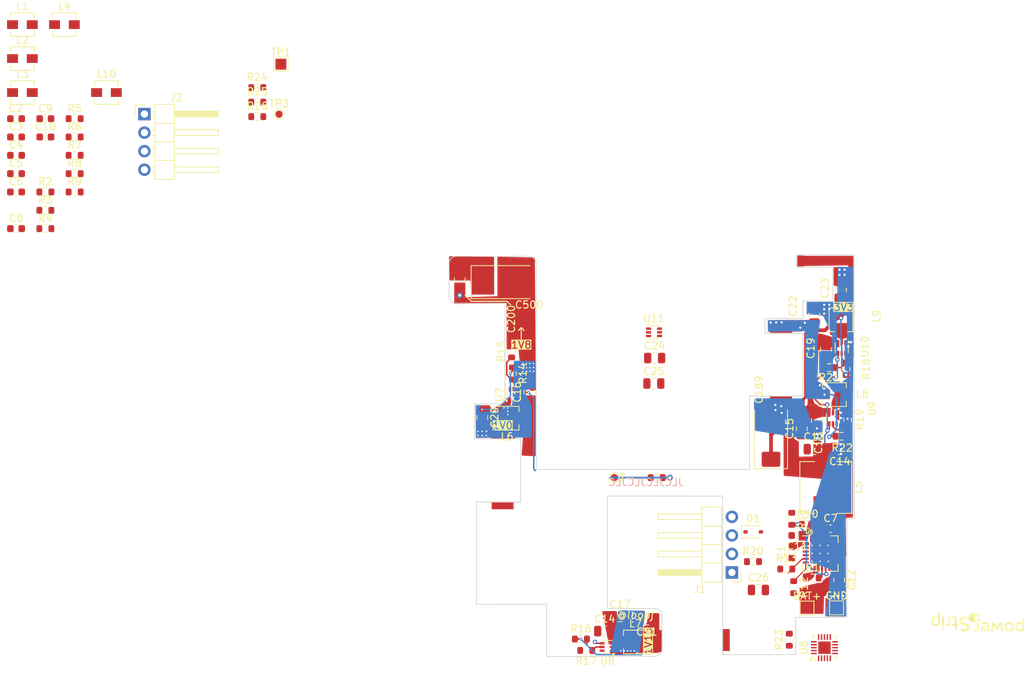
<source format=kicad_pcb>
(kicad_pcb (version 20240108) (generator "pcbnew") (generator_version "8.0")
  (layers (0 "F.Cu" signal) (31 "B.Cu" signal) (34 "B.Paste" user) (35 "F.Paste" user) (36 "B.SilkS" user "B.Silkscreen") (37 "F.SilkS" user "F.Silkscreen") (38 "B.Mask" user) (39 "F.Mask" user) (44 "Edge.Cuts" user))
  (net 0 "")
  (net 1 "Net-(U5-VBUS)")
  (net 2 "GND")
  (net 3 "VIN")
  (net 4 "1V35")
  (net 5 "3V")
  (net 6 "1V")
  (net 7 "Net-(U5-BTST)")
  (net 8 "Net-(U5-REGN)")
  (net 9 "Net-(C12-Pad1)")
  (net 10 "1V08")
  (net 11 "5V")
  (net 12 "Net-(D1-A)")
  (net 13 "Net-(D1-K)")
  (net 14 "NeoPixelDIN")
  (net 15 "NeoPixelDO")
  (net 16 "Net-(U1-SW)")
  (net 17 "Net-(U3-SW)")
  (net 18 "Net-(U2-SW)")
  (net 19 "Net-(U4-SW)")
  (net 20 "Net-(U5-ILIM)")
  (net 21 "Net-(U1-FB)")
  (net 22 "Net-(R4-Pad2)")
  (net 23 "Net-(R6-Pad2)")
  (net 24 "Net-(R8-Pad2)")
  (net 25 "Net-(U5-TS)")
  (net 26 "SDA")
  (net 27 "SCL")
  (net 28 "Net-(U7-FB)")
  (net 29 "Net-(U8-FB)")
  (net 30 "Net-(U10-FB)")
  (net 31 "Net-(U9-FB)")
  (net 32 "UPDI")
  (net 33 "PA7")
  (net 34 "Net-(U11-FB)")
  (net 35 "EN")
  (net 36 "Net-(U11-EN)")
  (net 45 "RX")
  (net 47 "TX")
  (net 48 "PA1")
  (net 51 "PA6")
  (net 52 "PA3")
  (net 55 "PA2")
  (net 56 "PA5")
  (net 57 "PA4")
  (net 62 "/LBQ")
  (net 63 "/L1v")
  (net 64 "/L1v08")
  (net 65 "/L1v35")
  (net 66 "/Inductor3vIn")
  (net 67 "/L5v")
  (footprint "Resistor_SMD:R_0603_1608Metric" (layer "F.Cu") (at 82.23 84.81)
    (property "Reference" "R5")
    (property "Value" "100k")
  )
  (footprint "Resistor_SMD:R_0603_1608Metric" (layer "F.Cu") (at 152.24 157.64 180)
    (property "Reference" "R17")
    (property "Value" "100K")
  )
  (footprint "Resistor_SMD:R_0603_1608Metric" (layer "F.Cu") (at 142.14 119.71 -90)
    (property "Reference" "R14")
    (property "Value" "66.5K")
  )
  (footprint "Capacitor_SMD:C_0805_2012Metric" (layer "F.Cu") (at 183.8 126.15 -90)
    (property "Reference" "C18")
    (property "Value" "10uF")
  )
  (footprint "Capacitor_SMD:C_0805_2012Metric" (layer "F.Cu") (at 187.1 108.25 90)
    (property "Reference" "C23")
    (property "Value" "22uF")
  )
  (footprint "Inductor_SMD:L_Vishay_IHLP-1212" (layer "F.Cu") (at 80.83 71.93)
    (property "Reference" "L4")
    (property "Value" "2.2uH")
  )
  (footprint "Capacitor_SMD:C_0805_2012Metric" (layer "F.Cu") (at 156.86 152.96)
    (property "Reference" "C17")
    (property "Value" "10uF")
  )
  (footprint "Package_TO_SOT_SMD:SOT-563" (layer "F.Cu") (at 187.2 116.2 -90)
    (property "Reference" "U10")
    (property "Value" "TLV62585DRL")
  )
  (footprint "Resistor_SMD:R_0603_1608Metric" (layer "F.Cu") (at 175.06 145.47)
    (property "Reference" "R20")
    (property "Value" "470")
  )
  (footprint "Diode_SMD:D_SOD-323" (layer "F.Cu") (at 175.0925 141.4)
    (property "Reference" "D1")
    (property "Value" "B5819W")
  )
  (footprint "Capacitor_SMD:C_0805_2012Metric" (layer "F.Cu") (at 161.49 121.08)
    (property "Reference" "C25")
    (property "Value" "22uF")
  )
  (footprint "Capacitor_SMD:C_0805_2012Metric" (layer "F.Cu") (at 183.43 130.07)
    (property "Reference" "C13")
    (property "Value" "10uf")
  )
  (footprint "Capacitor_SMD:C_0805_2012Metric" (layer "F.Cu") (at 186.94 130.07 180)
    (property "Reference" "C14")
    (property "Value" "10uf")
  )
  (footprint "Resistor_SMD:R_0603_1608Metric" (layer "F.Cu") (at 78.22 99.87)
    (property "Reference" "R4")
    (property "Value" "414k")
  )
  (footprint "Resistor_SMD:R_0603_1608Metric" (layer "F.Cu") (at 187.8 119.1 90)
    (property "Reference" "R18")
    (property "Value" "414k")
  )
  (footprint "Connector_PinHeader_2.54mm:PinHeader_1x04_P2.54mm_Horizontal" (layer "F.Cu") (at 172.175 146.96 180)
    (property "Reference" "J1")
    (property "Value" "Conn_01x04_Socket")
  )
  (footprint "Package_TO_SOT_SMD:SOT-563" (layer "F.Cu") (at 161.52 114.07)
    (property "Reference" "U11")
    (property "Value" "~")
  )
  (footprint "Capacitor_SMD:C_0805_2012Metric" (layer "F.Cu") (at 160.53 153.41 180)
    (property "Reference" "C21")
    (property "Value" "22uF")
  )
  (footprint "Package_TO_SOT_SMD:SOT-563" (layer "F.Cu") (at 142.31 122.61 90)
    (property "Reference" "U7")
    (property "Value" "TLV62585DRL")
  )
  (footprint "Capacitor_Tantalum_SMD:CP_EIA-7343-20_Kemet-V" (layer "F.Cu") (at 177.526215 128.343785 90)
    (property "Reference" "C189")
    (property "Value" "220uF")
  )
  (footprint "TestPoint:TestPoint_Pad_1.5x1.5mm" (layer "F.Cu") (at 182.45 151.83)
    (property "Reference" "BAT+")
    (property "Value" "BAT+")
  )
  (footprint "Capacitor_SMD:C_0603_1608Metric" (layer "F.Cu") (at 180.38 144.205 90)
    (property "Reference" "C1")
    (property "Value" "1uf")
  )
  (footprint "Resistor_SMD:R_0603_1608Metric" (layer "F.Cu") (at 180.36 139.61 -90)
    (property "Reference" "R11")
    (property "Value" "10k")
  )
  (footprint "project-footprints:TestPoint_Pad_3x1.0mm" (layer "F.Cu") (at 134.972776 104.153785)
    (property "Reference" "TP20" (hide yes))
    (property "Value" "1V8" (hide yes))
  )
  (footprint "Inductor_SMD:L_Wuerth_HCI-7030" (layer "F.Cu") (at 185.02 135.315 -90)
    (property "Reference" "L5")
    (property "Value" "2.2uh")
  )
  (footprint "Package_TO_SOT_SMD:SOT-563" (layer "F.Cu") (at 155.15 157.16 180)
    (property "Reference" "U8")
    (property "Value" "TLV62585DRL")
  )
  (footprint "project-footprints:TestPoint_Pad_3x1.0mm" (layer "F.Cu") (at 178.886523 123.309192)
    (property "Reference" "TP5" (hide yes))
    (property "Value" "GND" (hide yes))
  )
  (footprint "Inductor_SMD:L_Vishay_IHLP-1212" (layer "F.Cu") (at 141.41 125.83 180)
    (property "Reference" "L6")
    (property "Value" "1uH")
  )
  (footprint "Resistor_SMD:R_0603_1608Metric" (layer "F.Cu") (at 151.51 156.07)
    (property "Reference" "R16")
    (property "Value" "80k")
  )
  (footprint "Resistor_SMD:R_0603_1608Metric" (layer "F.Cu") (at 78.22 97.36)
    (property "Reference" "R3")
    (property "Value" "100k")
  )
  (footprint "Capacitor_SMD:C_0603_1608Metric" (layer "F.Cu") (at 181.125 141.895 180)
    (property "Reference" "C11")
    (property "Value" "4.7uf")
  )
  (footprint "Capacitor_SMD:C_0805_2012Metric" (layer "F.Cu") (at 154.76 154.99)
    (property "Reference" "C14")
    (property "Value" "10uf")
  )
  (footprint "Capacitor_SMD:C_0603_1608Metric" (layer "F.Cu") (at 74.21 99.87)
    (property "Reference" "C8")
    (property "Value" "4.7uF")
  )
  (footprint "Inductor_SMD:L_Vishay_IHLP-1212" (layer "F.Cu") (at 187.1 112.35 90)
    (property "Reference" "L9")
    (property "Value" "1uH")
  )
  (footprint "Resistor_SMD:R_0603_1608Metric" (layer "F.Cu") (at 180.625 148.97 -90)
    (property "Reference" "R12")
    (property "Value" "10k")
  )
  (footprint "Capacitor_SMD:C_0603_1608Metric" (layer "F.Cu") (at 74.21 87.32)
    (property "Reference" "C3")
    (property "Value" "22uF")
  )
  (footprint "Capacitor_SMD:C_0805_2012Metric" (layer "F.Cu") (at 181.75 127.27 90)
    (property "Reference" "C15")
    (property "Value" "10uf")
  )
  (footprint "Resistor_SMD:R_0603_1608Metric" (layer "F.Cu") (at 182.575 140.375)
    (property "Reference" "R10")
    (property "Value" "10k")
  )
  (footprint "Capacitor_SMD:C_0603_1608Metric" (layer "F.Cu") (at 74.21 89.83)
    (property "Reference" "C4")
    (property "Value" "4.7uF")
  )
  (footprint "Resistor_SMD:R_0603_1608Metric" (layer "F.Cu") (at 185.5 118.9 180)
    (property "Reference" "R21")
    (property "Value" "100K")
  )
  (footprint "Resistor_SMD:R_0603_1608Metric" (layer "F.Cu") (at 107.22 82.54)
    (property "Reference" "R25")
    (property "Value" "100k")
  )
  (footprint "" (layer "F.Cu") (at 171.38 156.21 90)
    (property "Reference" "")
    (property "Value" "")
  )
  (footprint "" (layer "F.Cu") (at 178.9 113.7)
    (property "Reference" "")
    (property "Value" "")
  )
  (footprint "Capacitor_SMD:C_0805_2012Metric" (layer "F.Cu") (at 144.46 122.25 90)
    (property "Reference" "C16")
    (property "Value" "10uF")
  )
  (footprint "Capacitor_SMD:C_0603_1608Metric" (layer "F.Cu") (at 78.22 84.81)
    (property "Reference" "C9")
    (property "Value" "4.7uF")
  )
  (footprint "Capacitor_SMD:C_0805_2012Metric" (layer "F.Cu") (at 175.8 149.35)
    (property "Reference" "C26")
    (property "Value" "10uf")
  )
  (footprint "Resistor_SMD:R_0603_1608Metric" (layer "F.Cu") (at 82.23 87.32)
    (property "Reference" "R6")
    (property "Value" "66.5k")
  )
  (footprint "project-footprints:TestPoint_Pad_3x1.0mm" (layer "F.Cu") (at 140.799999 128.148344)
    (property "Reference" "TP40" (hide yes))
    (property "Value" "1V0")
  )
  (footprint "Resistor_SMD:R_0603_1608Metric" (layer "F.Cu") (at 107.22 80.55)
    (property "Reference" "R24")
    (property "Value" "732k")
  )
  (footprint "Capacitor_Tantalum_SMD:CP_EIA-7343-20_Kemet-V" (layer "F.Cu") (at 140.901215 107.193785)
    (property "Reference" "C500")
    (property "Value" "150uF" (hide yes))
  )
  (footprint "project-footprints:TestPoint_Pad_3x1.0mm" (layer "F.Cu") (at 162.116215 156.358525 90)
    (property "Reference" "TP30" (hide yes))
    (property "Value" "1V15")
  )
  (footprint "TestPoint:TestPoint_Pad_D1.0mm" (layer "F.Cu") (at 156.08446 133.97)
    (property "Reference" "TP6" (hide yes))
    (property "Value" "T-")
  )
  (footprint "Resistor_SMD:R_0603_1608Metric" (layer "F.Cu") (at 180.03 156.165 90)
    (property "Reference" "R23")
    (property "Value" "100")
  )
  (footprint "Inductor_SMD:L_Vishay_IHLP-1212" (layer "F.Cu") (at 75.08 81.23)
    (property "Reference" "L3")
    (property "Value" "2.2uH")
  )
  (footprint "project-footprints:TestPoint_Pad_1.5x1.0mm" (layer "F.Cu") (at 181.52 104.3 90)
    (property "Reference" "TP10" (hide yes))
    (property "Value" "3V3")
  )
  (footprint "Resistor_SMD:R_0603_1608Metric" (layer "F.Cu") (at 82.23 89.83)
    (property "Reference" "R7")
    (property "Value" "100k")
  )
  (footprint "Capacitor_SMD:C_0603_1608Metric" (layer "F.Cu") (at 185.67 140.965)
    (property "Reference" "C7")
    (property "Value" "0.047uf")
  )
  (footprint "TestPoint:TestPoint_Pad_D1.0mm" (layer "F.Cu") (at 110.2 84.2)
    (property "Reference" "TP3")
    (property "Value" "TestPoint")
  )
  (footprint "Resistor_SMD:R_0603_1608Metric" (layer "F.Cu") (at 107.22 84.53)
    (property "Reference" "R26")
    (property "Value" "100k")
  )
  (footprint "Capacitor_SMD:C_0805_2012Metric" (layer "F.Cu") (at 161.6 117.59)
    (property "Reference" "C24")
    (property "Value" "22uF")
  )
  (footprint "Inductor_SMD:L_Vishay_IHLP-1212" (layer "F.Cu") (at 75.08 76.58)
    (property "Reference" "L2")
    (property "Value" "2.2uH")
  )
  (footprint "Capacitor_SMD:C_0603_1608Metric" (layer "F.Cu") (at 74.21 84.81)
    (property "Reference" "C2")
    (property "Value" "4.7uF")
  )
  (footprint "Capacitor_SMD:C_0805_2012Metric" (layer "F.Cu") (at 186.85 148 -90)
    (property "Reference" "C12")
    (property "Value" "10uf")
  )
  (footprint "Connector_PinHeader_2.54mm:PinHeader_1x04_P2.54mm_Horizontal" (layer "F.Cu") (at 91.78 84.18)
    (property "Reference" "J2")
    (property "Value" "Conn_01x04_Socket")
  )
  (footprint "Resistor_SMD:R_0603_1608Metric" (layer "F.Cu") (at 188 126.025 90)
    (property "Reference" "R19")
    (property "Value" "100K")
  )
  (footprint "Capacitor_SMD:C_0603_1608Metric" (layer "F.Cu") (at 74.21 94.85)
    (property "Reference" "C6")
    (property "Value" "22uF")
  )
  (footprint "TestPoint:TestPoint_Pad_1.5x1.5mm" (layer "F.Cu") (at 186.49 151.8)
    (property "Reference" "GND")
    (property "Value" "BAT+")
  )
  (footprint "Capacitor_SMD:C_0603_1608Metric" (layer "F.Cu") (at 78.22 87.32)
    (property "Reference" "C10")
    (property "Value" "22uF")
  )
  (footprint "Resistor_SMD:R_0603_1608Metric" (layer "F.Cu") (at 82.23 94.85)
    (property "Reference" "R9")
    (property "Value" "100k")
  )
  (footprint "Inductor_SMD:L_Vishay_IHLP-1212" (layer "F.Cu") (at 186.2 122.6 180)
    (property "Reference" "L8")
    (property "Value" "1uH")
  )
  (footprint "Inductor_SMD:L_Vishay_IHLP-1212" (layer "F.Cu") (at 158.97 156.48)
    (property "Reference" "L7")
    (property "Value" "1uH")
  )
  (footprint "Capacitor_SMD:C_0805_2012Metric" (layer "F.Cu") (at 134.926215 106.860809 -90)
    (property "Reference" "C200")
    (property "Value" "11uF")
  )
  (footprint "TestPoint:TestPoint_Pad_1.5x1.5mm" (layer "F.Cu") (at 110.45 77.35)
    (property "Reference" "TP1")
    (property "Value" "CHRG")
  )
  (footprint "Package_TO_SOT_SMD:SOT-563" (layer "F.Cu") (at 186 125.8425 -90)
    (property "Reference" "U9")
    (property "Value" "TLV62585DRL")
  )
  (footprint "Inductor_SMD:L_Vishay_IHLP-1212" (layer "F.Cu") (at 86.58 81.23)
    (property "Reference" "L10")
    (property "Value" "1uH")
  )
  (footprint "Resistor_SMD:R_0603_1608Metric" (layer "F.Cu") (at 142.02 116.675 90)
    (property "Reference" "R15")
    (property "Value" "100K")
  )
  (footprint "Capacitor_SMD:C_0805_2012Metric" (layer "F.Cu") (at 183.45 111.7 90)
    (property "Reference" "C22")
    (property "Value" "22uF")
  )
  (footprint "Resistor_SMD:R_0603_1608Metric" (layer "F.Cu") (at 78.22 94.85)
    (property "Reference" "R2")
    (property "Value" "124k")
  )
  (footprint "Capacitor_SMD:C_0805_2012Metric" (layer "F.Cu") (at 185.05 116.4 -90)
    (property "Reference" "C19")
    (property "Value" "10uF")
  )
  (footprint "Resistor_SMD:R_0603_1608Metric" (layer "F.Cu") (at 183.22 147.71)
    (property "Reference" "R1")
    (property "Value" "261")
  )
  (footprint "Resistor_SMD:R_0603_1608Metric" (layer "F.Cu") (at 179.615 146.48)
    (property "Reference" "R13")
    (property "Value" "10k")
  )
  (footprint "Inductor_SMD:L_Vishay_IHLP-1212" (layer "F.Cu") (at 75.08 71.93)
    (property "Reference" "L1")
    (property "Value" "1uH")
  )
  (footprint "project-footprints:TestPoint_Pad_3x1.0mm" (layer "F.Cu") (at 140.799999 137.8)
    (property "Reference" "TP7" (hide yes))
    (property "Value" "GND" (hide yes))
  )
  (footprint "Capacitor_SMD:C_0603_1608Metric" (layer "F.Cu") (at 74.21 92.34)
    (property "Reference" "C5")
    (property "Value" "22uF")
  )
  (footprint "Package_DFN_QFN:VQFN-20-1EP_3x3mm_P0.4mm_EP1.7x1.7mm" (layer "F.Cu") (at 184.84 157.25 90)
    (property "Reference" "U6")
    (property "Value" "ATtiny1616-M")
  )
  (footprint "Capacitor_SMD:C_0805_2012Metric" (layer "F.Cu") (at 138.02 125.72 -90)
    (property "Reference" "C20")
    (property "Value" "22uF")
  )
  (footprint "Resistor_SMD:R_0603_1608Metric" (layer "F.Cu") (at 187.175 128.3)
    (property "Reference" "R22")
    (property "Value" "124k")
  )
  (footprint "Resistor_SMD:R_0603_1608Metric" (layer "F.Cu") (at 161.88446 133.97)
    (property "Reference" "TH1" (hide yes))
    (property "Value" "Thermistor_NTC" (hide yes))
  )
  (footprint "Resistor_SMD:R_0603_1608Metric" (layer "F.Cu") (at 82.23 92.34)
    (property "Reference" "R8")
    (property "Value" "66.5k")
  )
  (footprint "RVL-PMS HW2:BQ25895" (layer "F.Cu") (at 184.25 144.34)
    (property "Reference" "U5")
    (property "Value" "BQ25895RTW")
  )
  (gr_poly (pts (xy 211.443988 155.01374) (xy 211.428426 155.013006) (xy 211.413036 155.011782) (xy 211.397819 155.010066) (xy 211.382771 155.007862) (xy 211.367892 155.005165) (xy 211.353187 155.001983) (xy 211.338654 154.998306) (xy 211.324289 154.994144) (xy 211.310099 154.989492) (xy 211.296074 154.984347) (xy 211.282226 154.978715) (xy 211.268543 154.97259) (xy 211.25503 154.965975) (xy 211.241699 154.958875) (xy 211.228527 154.95128) (xy 211.215642 154.943419) (xy 211.203088 154.935225) (xy 211.190868 154.926708) (xy 211.178987 154.917862) (xy 211.16744 154.908688) (xy 211.156224 154.899186) (xy 211.145345 154.88936) (xy 211.1348 154.879201) (xy 211.124593 154.868716) (xy 211.114716 154.8579) (xy 211.105175 154.846761) (xy 211.095972 154.835296) (xy 211.0871 154.823498) (xy 211.078566 154.811374) (xy 211.070362 154.798921) (xy 211.062499 154.786145) (xy 211.054904 154.773164) (xy 211.047801 154.759999) (xy 211.041189 154.746651) (xy 211.035064 154.733117) (xy 211.029429 154.719397) (xy 211.024287 154.705496) (xy 211.019635 154.691407) (xy 211.01547 154.677134) (xy 211.011793 154.662675) (xy 211.008612 154.64803) (xy 211.005917 154.633205) (xy 211.003713 154.618193) (xy 211.001997 154.602996) (xy 211.00077 154.587612) (xy 211.000039 154.572045) (xy 210.999792 154.556295) (xy 210.999792 154.199689) (xy 211.000036 154.183934) (xy 211.00077 154.168348) (xy 211.001997 154.152938) (xy 211.003711 154.137697) (xy 211.005915 154.12263) (xy 211.008609 154.107734) (xy 211.011793 154.09301) (xy 211.01547 154.078462) (xy 211.019632 154.064085) (xy 211.024285 154.04988) (xy 211.029429 154.035851) (xy 211.035064 154.021991) (xy 211.041189 154.008305) (xy 211.047799 153.99479) (xy 211.054904 153.981447) (xy 211.062497 153.968277) (xy 211.070362 153.955385) (xy 211.078566 153.942819) (xy 211.0871 153.930574) (xy 211.095975 153.918655) (xy 211.105178 153.90706) (xy 211.114719 153.895788) (xy 211.124593 153.884842) (xy 211.134802 153.874219) (xy 211.145345 153.86392) (xy 211.156226 153.853947) (xy 211.167438 153.844295) (xy 211.178987 153.834972) (xy 211.19087 153.825971) (xy 211.203088 153.817295) (xy 211.215638 153.808939) (xy 211.228525 153.800914) (xy 211.241694 153.793483) (xy 211.255033 153.78653) (xy 211.268545 153.780055) (xy 211.282224 153.774066) (xy 211.296074 153.768554) (xy 211.310096 153.763518) (xy 211.324294 153.758965) (xy 211.338651 153.754887) (xy 211.353187 153.751293) (xy 211.367892 153.748173) (xy 211.382769 153.745539) (xy 211.397819 153.743381) (xy 211.413038 153.741703) (xy 211.428426 153.740503) (xy 211.443986 153.739784) (xy 211.459715 153.739547) (xy 211.763652 153.739545) (xy 211.763652 153.999073) (xy 211.459717 153.999073) (xy 211.449382 153.999302) (xy 211.439252 153.999998) (xy 211.42932 154.001149) (xy 211.41959 154.002769) (xy 211.410059 154.00485) (xy 211.400728 154.00739) (xy 211.391602 154.010393) (xy 211.382675 154.01386) (xy 211.373942 154.017786) (xy 211.365415 154.022175) (xy 211.357089 154.027025) (xy 211.34896 154.032338) (xy 211.341034 154.038113) (xy 211.333309 154.044349) (xy 211.325786 154.051051) (xy 211.318459 154.058209) (xy 211.311298 154.065833) (xy 211.304597 154.073638) (xy 211.298363 154.081627) (xy 211.292586 154.089797) (xy 211.287272 154.098152) (xy 211.282422 154.106691) (xy 211.278033 154.115414) (xy 211.274105 154.12432) (xy 211.270645 154.133407) (xy 211.267637 154.142675) (xy 211.265095 154.152129) (xy 211.263021 154.161769) (xy 211.261401 154.171583) (xy 211.260245 154.181587) (xy 211.259555 154.191775) (xy 211.25932 154.202142) (xy 211.259323 154.553835) (xy 211.259552 154.564194) (xy 211.260245 154.574351) (xy 211.261401 154.584307) (xy 211.263017 154.594058) (xy 211.265098 154.603609) (xy 211.26764 154.612959) (xy 211.270641 154.622102) (xy 211.274107 154.631049) (xy 211.278035 154.639791) (xy 211.282422 154.64833) (xy 211.287272 154.656666) (xy 211.292588 154.664802) (xy 211.298363 154.672735) (xy 211.304597 154.680463) (xy 211.311296 154.687993) (xy 211.318459 154.69532) (xy 211.325781 154.702478) (xy 211.333309 154.709175) (xy 211.341034 154.715416) (xy 211.34896 154.721191) (xy 211.357086 154.726504) (xy 211.365418 154.731355) (xy 211.373942 154.735741) (xy 211.382672 154.739669) (xy 211.391602 154.743134) (xy 211.400731 154.746134) (xy 211.410061 154.748679) (xy 211.419588 154.750755) (xy 211.429322 154.752375) (xy 211.439252 154.753529) (xy 211.449384 154.754222) (xy 211.459717 154.754451) (xy 211.911158 154.754451) (xy 211.91116 153.264664) (xy 212.170691 153.264667) (xy 212.170688 154.754451) (xy 212.170391 154.767722) (xy 212.169498 154.780742) (xy 212.168013 154.793525) (xy 212.165932 154.80606) (xy 212.163257 154.818348) (xy 212.159986 154.830395) (xy 212.156123 154.842198) (xy 212.151664 154.85376) (xy 212.146611 154.865075) (xy 212.140962 154.876142) (xy 212.134721 154.886972) (xy 212.127884 154.897551) (xy 212.120453 154.907892) (xy 212.112426 154.917985) (xy 212.103807 154.927838) (xy 212.094592 154.937439) (xy 212.084933 154.946712) (xy 212.075032 154.955384) (xy 212.06489 154.963452) (xy 212.054507 154.970929) (xy 212.043887 154.977807) (xy 212.03302 154.984084) (xy 212.02192 154.989767) (xy 212.010573 154.994849) (xy 211.998992 154.999332) (xy 211.987167 155.003224) (xy 211.975098 155.006512) (xy 211.962791 155.009199) (xy 211.950244 155.011292) (xy 211.937458 155.012789) (xy 211.924427 155.013687) (xy 211.91116 155.013989) (xy 211.459719 155.013989)) (stroke (width -0.000001)) (fill solid) (layer "F.SilkS"))
  (gr_poly (pts (xy 201.047084 154.773241) (xy 201.039001 154.772693) (xy 201.031075 154.771776) (xy 201.023308 154.770494) (xy 201.015691 154.768845) (xy 201.008234 154.766834) (xy 201.000929 154.764451) (xy 200.993783 154.761709) (xy 200.986789 154.758597) (xy 200.979949 154.755118) (xy 200.973264 154.751274) (xy 200.966738 154.747061) (xy 200.960365 154.742489) (xy 200.954146 154.737542) (xy 200.948084 154.732238) (xy 200.942179 154.726562) (xy 200.9365 154.720628) (xy 200.931194 154.714542) (xy 200.926252 154.708306) (xy 200.921672 154.701918) (xy 200.917464 154.695378) (xy 200.913621 154.688683) (xy 200.91014 154.681839) (xy 200.90703 154.674845) (xy 200.904283 154.667699) (xy 200.901905 154.660401) (xy 200.899891 154.652953) (xy 200.898242 154.645348) (xy 200.89696 154.637591) (xy 200.896045 154.62969) (xy 200.895497 154.621631) (xy 200.895314 154.613423) (xy 200.895495 154.605212) (xy 200.896045 154.597153) (xy 200.89696 154.589242) (xy 200.898242 154.58148) (xy 200.899891 154.573873) (xy 200.901902 154.566413) (xy 200.904285 154.559103) (xy 200.90703 154.551942) (xy 200.91014 154.544929) (xy 200.913623 154.53807) (xy 200.917462 154.531361) (xy 200.921672 154.524799) (xy 200.926252 154.51839) (xy 200.931194 154.51213) (xy 200.936503 154.506019) (xy 200.942176 154.500058) (xy 200.948108 154.494385) (xy 200.954194 154.489074) (xy 200.96043 154.484132) (xy 200.966821 154.479555) (xy 200.973361 154.475347) (xy 200.980053 154.471503) (xy 200.986897 154.468024) (xy 200.993894 154.46491) (xy 201.001037 154.462167) (xy 201.008338 154.459787) (xy 201.015788 154.457771) (xy 201.02339 154.456125) (xy 201.031145 154.45484) (xy 201.039049 154.453925) (xy 201.047108 154.45338) (xy 201.055316 154.453196) (xy 201.063527 154.45338) (xy 201.071585 154.453925) (xy 201.079497 154.45484) (xy 201.087256 154.456122) (xy 201.094868 154.457771) (xy 201.10233 154.459787) (xy 201.109638 154.462165) (xy 201.116796 154.464912) (xy 201.123807 154.468024) (xy 201.130666 154.471503) (xy 201.13738 154.475349) (xy 201.143937 154.479557) (xy 201.150347 154.484132) (xy 201.156609 154.489074) (xy 201.16272 154.494385) (xy 201.168683 154.500058) (xy 201.174356 154.505995) (xy 201.179665 154.512081) (xy 201.184609 154.518322) (xy 201.189182 154.524715) (xy 201.193395 154.531267) (xy 201.197236 154.537966) (xy 201.200714 154.54482) (xy 201.203829 154.551831) (xy 201.206574 154.558994) (xy 201.208954 154.566307) (xy 201.21097 154.573776) (xy 201.212614 154.581398) (xy 201.213896 154.589174) (xy 201.214811 154.597105) (xy 201.215361 154.605188) (xy 201.215543 154.613423) (xy 201.215359 154.621631) (xy 201.214811 154.629687) (xy 201.213896 154.637591) (xy 201.212614 154.645348) (xy 201.210965 154.652948) (xy 201.208954 154.660401) (xy 201.206574 154.667699) (xy 201.203826 154.674845) (xy 201.200714 154.681842) (xy 201.197236 154.688683) (xy 201.193395 154.695378) (xy 201.189182 154.701916) (xy 201.184609 154.708306) (xy 201.179662 154.714542) (xy 201.174356 154.720628) (xy 201.16868 154.726562) (xy 201.162746 154.732238) (xy 201.156657 154.737547) (xy 201.150419 154.742489) (xy 201.144021 154.747066) (xy 201.137472 154.751274) (xy 201.130772 154.75512) (xy 201.123916 154.758599) (xy 201.116907 154.761711) (xy 201.109747 154.764458) (xy 201.102432 154.766836) (xy 201.094962 154.768852) (xy 201.087338 154.770496) (xy 201.079562 154.771778) (xy 201.071636 154.772693) (xy 201.063551 154.773241) (xy 201.055316 154.773427)) (stroke (width -0.000001)) (fill solid) (layer "F.SilkS"))
  (gr_poly (pts (xy 199.915332 154.266169) (xy 199.89977 154.265436) (xy 199.884379 154.264209) (xy 199.869162 154.262495) (xy 199.854114 154.260288) (xy 199.83924 154.257599) (xy 199.824535 154.254412) (xy 199.809997 154.250735) (xy 199.795632 154.246573) (xy 199.781439 154.241919) (xy 199.767418 154.236774) (xy 199.753565 154.231142) (xy 199.739886 154.225019) (xy 199.726378 154.218409) (xy 199.713037 154.211302) (xy 199.699868 154.203709) (xy 199.686981 154.195846) (xy 199.674429 154.187659) (xy 199.662213 154.179147) (xy 199.650328 154.170303) (xy 199.638781 154.161139) (xy 199.627567 154.151646) (xy 199.616686 154.141828) (xy 199.606146 154.131686) (xy 199.595934 154.121215) (xy 199.586059 154.110416) (xy 199.576518 154.099294) (xy 199.567313 154.087848) (xy 199.558443 154.076074) (xy 199.549909 154.063974) (xy 199.541705 154.051548) (xy 199.53384 154.038796) (xy 199.526247 154.025793) (xy 199.519145 154.012602) (xy 199.512532 153.999237) (xy 199.506407 153.985686) (xy 199.500772 153.971957) (xy 199.495628 153.958043) (xy 199.490973 153.943949) (xy 199.486811 153.929674) (xy 199.483139 153.915218) (xy 199.479955 153.90058) (xy 199.477258 153.885759) (xy 199.475051 153.87076) (xy 199.47334 153.855579) (xy 199.472113 153.840215) (xy 199.471379 153.82467) (xy 199.471133 153.808946) (xy 199.471133 153.452121) (xy 199.471379 153.436366) (xy 199.472113 153.420782) (xy 199.47334 153.405374) (xy 199.475056 153.390143) (xy 199.477258 153.375078) (xy 199.479952 153.360197) (xy 199.483139 153.345485) (xy 199.486811 153.330949) (xy 199.490978 153.316584) (xy 199.49563 153.302401) (xy 199.500772 153.288386) (xy 199.506407 153.274543) (xy 199.51253 153.260879) (xy 199.519145 153.247388) (xy 199.526247 153.234074) (xy 199.53384 153.220931) (xy 199.541705 153.208012) (xy 199.549909 153.195422) (xy 199.558448 153.183163) (xy 199.567315 153.171225) (xy 199.576518 153.159617) (xy 199.586059 153.148338) (xy 199.595934 153.137382) (xy 199.606143 153.126757) (xy 199.616686 153.116463) (xy 199.627569 153.106497) (xy 199.638779 153.096852) (xy 199.650328 153.087541) (xy 199.662211 153.078555) (xy 199.674432 153.069898) (xy 199.686981 153.061566) (xy 199.69987 153.053566) (xy 199.713037 153.046106) (xy 199.726376 153.039131) (xy 199.739888 153.032634) (xy 199.753565 153.026618) (xy 199.767422 153.021087) (xy 199.781442 153.016034) (xy 199.795632 153.011464) (xy 199.809997 153.007372) (xy 199.824533 153.003765) (xy 199.839238 153.000636) (xy 199.854114 152.99799) (xy 199.869162 152.995825) (xy 199.884379 152.994142) (xy 199.89977 152.992935) (xy 199.915332 152.992218) (xy 199.93106 152.991977) (xy 200.235 152.991979) (xy 200.234998 153.251729) (xy 199.93106 153.251729) (xy 199.920727 153.251958) (xy 199.910592 153.252646) (xy 199.900656 153.2538) (xy 199.890919 153.255411) (xy 199.88138 153.257482) (xy 199.872042 153.260012) (xy 199.862905 153.263003) (xy 199.85396 153.266456) (xy 199.845213 153.270367) (xy 199.836672 153.274741) (xy 199.828323 153.279572) (xy 199.82018 153.284866) (xy 199.81223 153.290622) (xy 199.804478 153.296831) (xy 199.796931 153.303507) (xy 199.78958 153.310643) (xy 199.782448 153.318267) (xy 199.775773 153.326072) (xy 199.769559 153.334061) (xy 199.763803 153.342228) (xy 199.758509 153.350586) (xy 199.753676 153.359123) (xy 199.749309 153.367845) (xy 199.745393 153.376751) (xy 199.74194 153.385839) (xy 199.738949 153.395109) (xy 199.736419 153.404563) (xy 199.734348 153.414198) (xy 199.732735 153.424017) (xy 199.731583 153.434019) (xy 199.730893 153.444207) (xy 199.730666 153.454576) (xy 199.730668 153.806496) (xy 199.730893 153.816824) (xy 199.731583 153.826954) (xy 199.732737 153.836888) (xy 199.734345 153.84662) (xy 199.736419 153.856149) (xy 199.738952 153.86548) (xy 199.74194 153.874608) (xy 199.745393 153.883536) (xy 199.749306 153.892266) (xy 199.753678 153.900795) (xy 199.758512 153.909119) (xy 199.763801 153.917248) (xy 199.769557 153.925171) (xy 199.775768 153.932899) (xy 199.782448 153.940424) (xy 199.78958 153.947749) (xy 199.796931 153.954912) (xy 199.804483 153.961614) (xy 199.812233 153.96785) (xy 199.820175 153.973622) (xy 199.828323 153.978936) (xy 199.836669 153.983786) (xy 199.845213 153.988175) (xy 199.85396 153.992103) (xy 199.862902 153.995568) (xy 199.87204 153.998568) (xy 199.88138 154.001111) (xy 199.890919 154.003192) (xy 199.900656 154.004804) (xy 199.910592 154.005963) (xy 199.920725 154.006656) (xy 199.931058 154.006885) (xy 200.382726 154.006883) (xy 200.382728 152.517323) (xy 200.642254 152.517323) (xy 200.642034 154.006885) (xy 200.641737 154.020154) (xy 200.640844 154.033179) (xy 200.639359 154.045962) (xy 200.637278 154.058506) (xy 200.634601 154.070799) (xy 200.631334 154.082858) (xy 200.627469 154.094671) (xy 200.62301 154.106247) (xy 200.617959 154.117577) (xy 200.612308 154.128658) (xy 200.606065 154.139503) (xy 200.599232 154.150111) (xy 200.591799 154.160468) (xy 200.583772 154.170588) (xy 200.575151 154.180462) (xy 200.565938 154.190099) (xy 200.556276 154.199339) (xy 200.546373 154.207982) (xy 200.536234 154.216033) (xy 200.52585 154.223486) (xy 200.515227 154.23034) (xy 200.504366 154.2366) (xy 200.493261 154.242266) (xy 200.481919 154.247336) (xy 200.470333 154.251807) (xy 200.45851 154.255682) (xy 200.446446 154.258963) (xy 200.434136 154.261645) (xy 200.42159 154.263731) (xy 200.408799 154.265223) (xy 200.395772 154.266116) (xy 200.382501 154.266413) (xy 199.931058 154.266413)) (stroke (width -0.000001)) (fill solid) (layer "F.SilkS"))
  (gr_poly (pts (xy 205.016884 153.771082) (xy 205.00114 153.770012) (xy 204.985689 153.768233) (xy 204.970523 153.765734) (xy 204.955654 153.762526) (xy 204.941072 153.7586) (xy 204.926785 153.753968) (xy 204.912787 153.74862) (xy 204.899082 153.742558) (xy 204.885666 153.735784) (xy 204.872543 153.728292) (xy 204.859706 153.720091) (xy 204.847164 153.71118) (xy 204.834915 153.70155) (xy 204.822955 153.691212) (xy 204.811287 153.680158) (xy 204.800123 153.668603) (xy 204.789679 153.656759) (xy 204.779957 153.64463) (xy 204.770957 153.632211) (xy 204.762674 153.619503) (xy 204.75511 153.606507) (xy 204.748268 153.593224) (xy 204.742148 153.579652) (xy 204.736745 153.565789) (xy 204.732064 153.551642) (xy 204.728105 153.537205) (xy 204.724865 153.522483) (xy 204.722342 153.507464) (xy 204.720541 153.492163) (xy 204.719464 153.476572) (xy 204.719102 153.460696) (xy 204.405288 153.460696) (xy 204.405284 152.839205) (xy 204.7191 152.839205) (xy 204.719464 152.823327) (xy 204.720541 152.807733) (xy 204.722347 152.792437) (xy 204.724865 152.777423) (xy 204.728107 152.762696) (xy 204.732064 152.748254) (xy 204.736748 152.734111) (xy 204.742151 152.720251) (xy 204.748268 152.706672) (xy 204.75511 152.693391) (xy 204.762674 152.680396) (xy 204.770957 152.667687) (xy 204.779957 152.655266) (xy 204.789679 152.643137) (xy 204.800123 152.631295) (xy 204.811287 152.619741) (xy 204.822952 152.608686) (xy 204.834915 152.598346) (xy 204.847164 152.588721) (xy 204.859706 152.579805) (xy 204.87254 152.571604) (xy 204.885666 152.564115) (xy 204.89908 152.557343) (xy 204.912785 152.551281) (xy 204.926785 152.545931) (xy 204.94107 152.541296) (xy 204.955654 152.537375) (xy 204.970526 152.534164) (xy 204.985685 152.531668) (xy 205.00114 152.529886) (xy 205.016884 152.528817) (xy 205.032919 152.528457) (xy 205.503644 152.52846) (xy 205.503647 153.771443) (xy 205.032921 153.771439)) (stroke (width -0.000001)) (fill solid) (layer "F.SilkS"))
  (gr_poly (pts (xy 205.660556 153.305322) (xy 205.97437 153.305322) (xy 205.982622 153.305496) (xy 205.990705 153.306017) (xy 205.998621 153.306894) (xy 206.006363 153.308115) (xy 206.013944 153.309685) (xy 206.021351 153.311604) (xy 206.028591 153.313873) (xy 206.035662 153.31649) (xy 206.042567 153.319455) (xy 206.0493 153.322772) (xy 206.055864 153.326434) (xy 206.062262 153.330449) (xy 206.068491 153.334809) (xy 206.074553 153.339519) (xy 206.080446 153.344582) (xy 206.08617 153.349992) (xy 206.091631 153.355658) (xy 206.096744 153.361496) (xy 206.101498 153.367493) (xy 206.105901 153.373661) (xy 206.109957 153.379996) (xy 206.113658 153.386498) (xy 206.117004 153.393166) (xy 206.12 153.4) (xy 206.122644 153.407004) (xy 206.124935 153.414174) (xy 206.126874 153.421509) (xy 206.12846 153.429012) (xy 206.129694 153.436682) (xy 206.130575 153.444521) (xy 206.131103 153.452524) (xy 206.13128 153.460696) (xy 206.131103 153.468863) (xy 206.130577 153.476871) (xy 206.129694 153.484703) (xy 206.128457 153.492375) (xy 206.126874 153.499876) (xy 206.124935 153.507213) (xy 206.122646 153.514386) (xy 206.120003 153.521387) (xy 206.117004 153.528222) (xy 206.113656 153.534892) (xy 206.109955 153.541391) (xy 206.105906 153.547728) (xy 206.1015 153.553897) (xy 206.096742 153.559896) (xy 206.091629 153.565729) (xy 206.086165 153.571397) (xy 206.080448 153.57681) (xy 206.07455 153.581865) (xy 206.068491 153.586576) (xy 206.062267 153.59094) (xy 206.055864 153.594955) (xy 206.0493 153.59862) (xy 206.042567 153.601935) (xy 206.035662 153.604897) (xy 206.028589 153.607516) (xy 206.021351 153.609783) (xy 206.013942 153.611705) (xy 206.006363 153.613274) (xy 205.998621 153.614496) (xy 205.990706 153.61537) (xy 205.98262 153.615891) (xy 205.97437 153.616068) (xy 205.660554 153.616068)) (stroke (width -0.000001)) (fill solid) (layer "F.SilkS"))
  (gr_poly (pts (xy 205.295942 154.755572) (xy 205.580016 154.755569) (xy 205.58552 154.755451) (xy 205.590923 154.755091) (xy 205.596232 154.75449) (xy 205.601439 154.753647) (xy 205.60655 154.752561) (xy 205.611565 154.751238) (xy 205.616482 154.749676) (xy 205.621301 154.747875) (xy 205.626023 154.745825) (xy 205.630644 154.743544) (xy 205.635171 154.741016) (xy 205.639599 154.738247) (xy 205.64393 154.735244) (xy 205.648162 154.731992) (xy 205.652297 154.728503) (xy 205.656334 154.724776) (xy 205.660064 154.721039) (xy 205.663555 154.7172) (xy 205.666802 154.713253) (xy 205.66981 154.709197) (xy 205.672577 154.705037) (xy 205.6751 154.700769) (xy 205.677386 154.696394) (xy 205.679433 154.691916) (xy 205.681236 154.687329) (xy 205.682801 154.682638) (xy 205.684124 154.677836) (xy 205.685205 154.672933) (xy 205.68605 154.667926) (xy 205.686652 154.662805) (xy 205.687011 154.657581) (xy 205.687134 154.652253) (xy 205.687132 153.739545) (xy 205.94666 153.739545) (xy 205.94666 154.657161) (xy 205.946472 154.669391) (xy 205.945897 154.681491) (xy 205.944936 154.693461) (xy 205.943591 154.705291) (xy 205.941865 154.71699) (xy 205.939758 154.728549) (xy 205.937264 154.739978) (xy 205.934388 154.751274) (xy 205.931129 154.762435) (xy 205.927484 154.773463) (xy 205.923457 154.784356) (xy 205.919049 154.795114) (xy 205.914254 154.805739) (xy 205.909073 154.816224) (xy 205.903513 154.826583) (xy 205.897564 154.8368) (xy 205.891111 154.846824) (xy 205.884407 154.856587) (xy 205.877456 154.866089) (xy 205.870257 154.875336) (xy 205.862812 154.884322) (xy 205.855123 154.893049) (xy 205.847177 154.901508) (xy 205.838988 154.909714) (xy 205.830551 154.917659) (xy 205.821869 154.925349) (xy 205.812939 154.932772) (xy 205.80376 154.93994) (xy 205.79433 154.946847) (xy 205.784657 154.953491) (xy 205.774734 154.959879) (xy 205.764565 154.966009) (xy 205.754039 154.97182) (xy 205.743376 154.977252) (xy 205.732582 154.982312) (xy 205.72165 154.986998) (xy 205.710586 154.99131) (xy 205.699389 154.995245) (xy 205.688054 154.998806) (xy 205.676587 155.001993) (xy 205.664984 155.004803) (xy 205.653248 155.007236) (xy 205.64138 155.009301) (xy 205.629377 155.010988) (xy 205.617238 155.012299) (xy 205.604964 155.013233) (xy 205.592558 155.013798) (xy 205.580021 155.013989) (xy 205.295942 155.013987)) (stroke (width -0.000001)) (fill solid) (layer "F.SilkS"))
  (gr_poly (pts (xy 205.660554 152.683831) (xy 205.97437 152.683831) (xy 205.98262 152.684005) (xy 205.990705 152.684531) (xy 205.998621 152.685405) (xy 206.006363 152.686622) (xy 206.013942 152.688191) (xy 206.021351 152.690113) (xy 206.028589 152.69238) (xy 206.035662 152.694999) (xy 206.042567 152.697966) (xy 206.049298 152.701279) (xy 206.055867 152.704946) (xy 206.062262 152.708958) (xy 206.068493 152.713323) (xy 206.074553 152.718033) (xy 206.080446 152.723093) (xy 206.086168 152.728501) (xy 206.091629 152.734167) (xy 206.096742 152.740003) (xy 206.1015 152.746004) (xy 206.105904 152.752173) (xy 206.109955 152.758505) (xy 206.113658 152.765009) (xy 206.117004 152.771677) (xy 206.120003 152.778512) (xy 206.122646 152.785515) (xy 206.124938 152.792683) (xy 206.126874 152.80002) (xy 206.128457 152.807521) (xy 206.129694 152.815193) (xy 206.130577 152.823032) (xy 206.131101 152.831033) (xy 206.131282 152.839205) (xy 206.131103 152.847375) (xy 206.130575 152.855378) (xy 206.129694 152.863217) (xy 206.12846 152.870887) (xy 206.126874 152.87839) (xy 206.12494 152.885727) (xy 206.122646 152.892892) (xy 206.12 152.899896) (xy 206.117004 152.906733) (xy 206.113658 152.913401) (xy 206.109957 152.919905) (xy 206.105904 152.926237) (xy 206.1015 152.932406) (xy 206.096742 152.938405) (xy 206.091629 152.94424) (xy 206.086168 152.949909) (xy 206.080446 152.955317) (xy 206.074553 152.960374) (xy 206.068491 152.965087) (xy 206.062262 152.969449) (xy 206.055864 152.973462) (xy 206.049298 152.977127) (xy 206.042567 152.980441) (xy 206.035662 152.983411) (xy 206.028591 152.986028) (xy 206.021353 152.988297) (xy 206.013942 152.990212) (xy 206.006363 152.991783) (xy 205.998621 152.993007) (xy 205.990705 152.993879) (xy 205.982622 152.994405) (xy 205.97437 152.994574) (xy 205.660556 152.994579)) (stroke (width -0.000001)) (fill solid) (layer "F.SilkS"))
  (gr_poly (pts (xy 209.9631 155.013518) (xy 209.947516 155.012787) (xy 209.932109 155.011565) (xy 209.916873 155.009856) (xy 209.901815 155.007661) (xy 209.886929 155.004974) (xy 209.872219 155.001804) (xy 209.857683 154.998142) (xy 209.843319 154.993992) (xy 209.829131 154.989354) (xy 209.815118 154.984229) (xy 209.80128 154.978616) (xy 209.787616 154.972513) (xy 209.774128 154.965924) (xy 209.760806 154.958846) (xy 209.747665 154.951277) (xy 209.734752 154.943409) (xy 209.722179 154.935208) (xy 209.709934 154.926669) (xy 209.698027 154.91779) (xy 209.68646 154.90858) (xy 209.675229 154.899029) (xy 209.664334 154.88914) (xy 209.653774 154.878921) (xy 209.643552 154.868361) (xy 209.633666 154.857466) (xy 209.624118 154.846235) (xy 209.614903 154.834666) (xy 209.606028 154.822762) (xy 209.597489 154.810519) (xy 209.589283 154.797941) (xy 209.581415 154.785027) (xy 209.573849 154.771884) (xy 209.566771 154.758568) (xy 209.560182 154.745079) (xy 209.554079 154.731415) (xy 209.548466 154.717574) (xy 209.543343 154.703562) (xy 209.538706 154.689371) (xy 209.534555 154.675014) (xy 209.530896 154.660476) (xy 209.527722 154.645766) (xy 209.525036 154.63088) (xy 209.522839 154.61582) (xy 209.521128 154.600584) (xy 209.519908 154.585176) (xy 209.519177 154.569595) (xy 209.518936 154.553837) (xy 209.518933 154.199689) (xy 209.519177 154.183934) (xy 209.519908 154.168348) (xy 209.521128 154.152933) (xy 209.522839 154.137697) (xy 209.525036 154.122628) (xy 209.527721 154.107732) (xy 209.530896 154.09301) (xy 209.534555 154.078462) (xy 209.538703 154.064085) (xy 209.543343 154.04988) (xy 209.548469 154.035849) (xy 209.554079 154.021986) (xy 209.560182 154.008302) (xy 209.566773 153.994788) (xy 209.573849 153.981444) (xy 209.581415 153.968277) (xy 209.589283 153.955385) (xy 209.597489 153.942819) (xy 209.606026 153.930572) (xy 209.614905 153.918653) (xy 209.624118 153.90706) (xy 209.633666 153.895788) (xy 209.643552 153.884837) (xy 209.653777 153.874217) (xy 209.664332 153.863918) (xy 209.675229 153.853945) (xy 209.68646 153.844295) (xy 209.698032 153.834974) (xy 209.709936 153.825969) (xy 209.722174 153.817292) (xy 209.734752 153.808937) (xy 209.74767 153.800914) (xy 209.760808 153.793481) (xy 209.774123 153.786528) (xy 209.787616 153.780055) (xy 209.80128 153.774063) (xy 209.815118 153.768547) (xy 209.829133 153.763518) (xy 209.843319 153.75896) (xy 209.857681 153.754885) (xy 209.872219 153.75129) (xy 209.886929 153.748173) (xy 209.901813 153.745537) (xy 209.916875 153.743381) (xy 209.932111 153.741703) (xy 209.947516 153.740503) (xy 209.9631 153.739784) (xy 209.978855 153.739545) (xy 210.256907 153.739543) (xy 210.272639 153.739784) (xy 210.288201 153.740503) (xy 210.303586 153.741708) (xy 210.318806 153.743393) (xy 210.333853 153.745559) (xy 210.34873 153.748202) (xy 210.363432 153.751331) (xy 210.377968 153.75494) (xy 210.392335 153.759035) (xy 210.406526 153.7636) (xy 210.420548 153.768653) (xy 210.4344 153.774189) (xy 210.448079 153.780203) (xy 210.461592 153.786699) (xy 210.474928 153.793674) (xy 210.488095 153.801134) (xy 210.500989 153.809111) (xy 210.513555 153.81742) (xy 210.5258 153.826056) (xy 210.537722 153.835027) (xy 210.549317 153.844329) (xy 210.560587 153.853959) (xy 210.571535 153.863923) (xy 210.582155 153.874219) (xy 210.592454 153.884842) (xy 210.602427 153.8958) (xy 210.612077 153.907089) (xy 210.621405 153.918711) (xy 210.630406 153.930661) (xy 210.639082 153.942942) (xy 210.647433 153.955554) (xy 210.65546 153.968499) (xy 210.662891 153.981642) (xy 210.669844 153.994959) (xy 210.676319 154.00845) (xy 210.682311 154.022114) (xy 210.687823 154.035952) (xy 210.692859 154.049967) (xy 210.697415 154.064155) (xy 210.701487 154.078515) (xy 210.705085 154.093051) (xy 210.708199 154.107763) (xy 210.710838 154.122649) (xy 210.712996 154.137709) (xy 210.714676 154.152945) (xy 210.715871 154.16835) (xy 210.716593 154.183934) (xy 210.71683 154.199687) (xy 210.716834 154.202147) (xy 210.457302 154.202145) (xy 210.45707 154.191778) (xy 210.456377 154.18159) (xy 210.455223 154.17159) (xy 210.453608 154.161769) (xy 210.451527 154.152134) (xy 210.448987 154.14268) (xy 210.445981 154.133409) (xy 210.442519 154.12432) (xy 210.438589 154.115416) (xy 210.4342 154.106694) (xy 210.42935 154.098157) (xy 210.424039 154.089802) (xy 210.418261 154.081629) (xy 210.412026 154.073638) (xy 210.405329 154.065838) (xy 210.398168 154.058214) (xy 210.390708 154.051051) (xy 210.383072 154.044354) (xy 210.375247 154.038113) (xy 210.367247 154.032341) (xy 210.359058 154.027027) (xy 210.350688 154.022177) (xy 210.342132 154.017786) (xy 210.333395 154.01386) (xy 210.324474 154.010393) (xy 210.31537 154.00739) (xy 210.306085 154.00485) (xy 210.296616 154.002772) (xy 210.286962 154.001154) (xy 210.277129 154) (xy 210.26711 153.999307) (xy 210.256907 153.999075) (xy 209.978858 153.999075) (xy 209.968498 153.999307) (xy 209.958339 153.999998) (xy 209.948385 154.001154) (xy 209.938632 154.002769) (xy 209.929084 154.00485) (xy 209.919736 154.00739) (xy 209.910591 154.010397) (xy 209.901646 154.01386) (xy 209.892904 154.017788) (xy 209.884363 154.022177) (xy 209.876029 154.027027) (xy 209.867891 154.032338) (xy 209.859963 154.038118) (xy 209.85223 154.044349) (xy 209.8447 154.051051) (xy 209.837378 154.058214) (xy 209.830217 154.065838) (xy 209.823518 154.073641) (xy 209.817282 154.081629) (xy 209.811504 154.089799) (xy 209.806193 154.098157) (xy 209.801341 154.106696) (xy 209.796949 154.115416) (xy 209.793026 154.12432) (xy 209.789559 154.133407) (xy 209.786558 154.14268) (xy 209.784016 154.152132) (xy 209.781935 154.161769) (xy 209.78032 154.171588) (xy 209.779166 154.18159) (xy 209.778473 154.19178) (xy 209.778239 154.202147) (xy 209.778239 154.551382) (xy 209.778473 154.561749) (xy 209.779166 154.57192) (xy 209.78032 154.581903) (xy 209.781938 154.591692) (xy 209.784016 154.601289) (xy 209.786558 154.610695) (xy 209.789562 154.61991) (xy 209.793026 154.628934) (xy 209.796952 154.637758) (xy 209.801341 154.646401) (xy 209.806191 154.654843) (xy 209.811504 154.6631) (xy 209.817279 154.671161) (xy 209.823518 154.679036) (xy 209.830217 154.686716) (xy 209.837375 154.694202) (xy 209.844702 154.701498) (xy 209.85223 154.708325) (xy 209.859965 154.714682) (xy 209.867893 154.720563) (xy 209.876029 154.725976) (xy 209.884363 154.73092) (xy 209.892904 154.735391) (xy 209.901646 154.739394) (xy 209.910589 154.742921) (xy 209.919734 154.745982) (xy 209.929081 154.74857) (xy 209.938634 154.75069) (xy 209.948385 154.752337) (xy 209.958339 154.753512) (xy 209.968496 154.754217) (xy 209.97886 154.754456) (xy 210.25691 154.754454) (xy 210.26711 154.75422) (xy 210.277129 154.753512) (xy 210.286962 154.752334) (xy 210.296614 154.75069) (xy 210.306085 154.748568) (xy 210.315373 154.745982) (xy 210.324477 154.742921) (xy 210.333397 154.739394) (xy 210.342134 154.735391) (xy 210.350685 154.730918) (xy 210.359055 154.725976) (xy 210.367244 154.720563) (xy 210.375252 154.714682) (xy 210.383069 154.708323) (xy 210.39071 154.701498) (xy 210.398163 154.694202) (xy 210.405329 154.686716) (xy 210.412026 154.679036) (xy 210.418261 154.671161) (xy 210.424036 154.663102) (xy 210.42935 154.654843) (xy 210.4342 154.646398) (xy 210.438594 154.63776) (xy 210.442519 154.628934) (xy 210.445981 154.619907) (xy 210.448987 154.610695) (xy 210.451527 154.601286) (xy 210.453606 154.591692) (xy 210.455221 154.5819) (xy 210.456377 154.57192) (xy 210.457072 154.561746) (xy 210.457302 154.551385) (xy 210.457302 154.202145) (xy 210.716834 154.202147) (xy 210.716834 154.553837) (xy 210.716593 154.569595) (xy 210.715874 154.585179) (xy 210.714674 154.600586) (xy 210.712996 154.61582) (xy 210.71084 154.630877) (xy 210.708201 154.645766) (xy 210.705085 154.660476) (xy 210.701487 154.675009) (xy 210.697415 154.689371) (xy 210.692861 154.703562) (xy 210.687825 154.717574) (xy 210.682311 154.731413) (xy 210.676317 154.745077) (xy 210.669844 154.758568) (xy 210.662894 154.771884) (xy 210.655463 154.785027) (xy 210.647433 154.797941) (xy 210.639082 154.810519) (xy 210.630403 154.822759) (xy 210.621403 154.834666) (xy 210.612079 154.846235) (xy 210.60243 154.857466) (xy 210.592457 154.868361) (xy 210.582155 154.878921) (xy 210.571535 154.889143) (xy 210.560587 154.899029) (xy 210.549319 154.908582) (xy 210.537719 154.917792) (xy 210.5258 154.926669) (xy 210.513555 154.935208) (xy 210.500989 154.943412) (xy 210.488097 154.951277) (xy 210.474928 154.958846) (xy 210.461589 154.965924) (xy 210.448079 154.972515) (xy 210.434398 154.978616) (xy 210.420548 154.984229) (xy 210.406526 154.989354) (xy 210.39233 154.993992) (xy 210.377968 154.998142) (xy 210.363435 155.001802) (xy 210.348727 155.004974) (xy 210.333853 155.007661) (xy 210.318803 155.009856) (xy 210.303589 155.011565) (xy 210.288198 155.012787) (xy 210.272639 155.013518) (xy 210.256907 155.013762) (xy 209.978855 155.013762)) (stroke (width -0.000001)) (fill solid) (layer "F.SilkS"))
  (gr_poly (pts (xy 207.842143 153.73977) (xy 208.06976 153.739767) (xy 208.464747 154.407447) (xy 208.860623 153.739545) (xy 209.088242 153.739547) (xy 209.309616 155.013762) (xy 209.048965 155.013984) (xy 208.902577 154.170011) (xy 208.587706 154.707814) (xy 208.342905 154.707816) (xy 208.028036 154.170011) (xy 207.881642 155.013987) (xy 207.622114 155.013987)) (stroke (width -0.000001)) (fill solid) (layer "F.SilkS"))
  (gr_poly (pts (xy 206.584683 155.013789) (xy 206.572139 155.013197) (xy 206.559754 155.012212) (xy 206.547521 155.010836) (xy 206.535441 155.009059) (xy 206.523522 155.006894) (xy 206.511755 155.004332) (xy 206.50014 155.001377) (xy 206.488685 154.998029) (xy 206.477381 154.994284) (xy 206.466237 154.990149) (xy 206.455243 154.985617) (xy 206.444408 154.980692) (xy 206.433728 154.975374) (xy 206.423206 154.969659) (xy 206.41283 154.963551) (xy 206.402507 154.957274) (xy 206.392449 154.950717) (xy 206.382667 154.94388) (xy 206.373152 154.936758) (xy 206.363906 154.929361) (xy 206.354935 154.921683) (xy 206.346232 154.913717) (xy 206.337794 154.905475) (xy 206.329631 154.896953) (xy 206.321739 154.888151) (xy 206.314115 154.879063) (xy 206.306764 154.869701) (xy 206.299683 154.860056) (xy 206.292868 154.850127) (xy 206.286325 154.839924) (xy 206.280056 154.829434) (xy 206.273945 154.818901) (xy 206.268233 154.80823) (xy 206.262915 154.797412) (xy 206.257987 154.786449) (xy 206.253458 154.775346) (xy 206.24932 154.764101) (xy 206.245578 154.752711) (xy 206.24223 154.741178) (xy 206.239275 154.729503) (xy 206.236711 154.717683) (xy 206.234545 154.705723) (xy 206.232771 154.693616) (xy 206.231392 154.681368) (xy 206.23041 154.668981) (xy 206.229818 154.656449) (xy 206.22962 154.643769) (xy 206.229623 154.608066) (xy 206.229818 154.595524) (xy 206.23041 154.583117) (xy 206.231392 154.570843) (xy 206.232773 154.558707) (xy 206.234548 154.546701) (xy 206.236713 154.534833) (xy 206.239272 154.523095) (xy 206.242227 154.511492) (xy 206.245576 154.500025) (xy 206.249323 154.488695) (xy 206.253456 154.477495) (xy 206.257992 154.466428) (xy 206.262915 154.455502) (xy 206.268233 154.444705) (xy 206.273945 154.434044) (xy 206.280053 154.423513) (xy 206.286325 154.413318) (xy 206.29287 154.403379) (xy 206.299678 154.393688) (xy 206.306766 154.384253) (xy 206.314115 154.375072) (xy 206.321737 154.366142) (xy 206.329631 154.357463) (xy 206.337796 154.349037) (xy 206.346229 154.340865) (xy 206.354932 154.332944) (xy 206.363908 154.325279) (xy 206.37315 154.317865) (xy 206.382664 154.310702) (xy 206.392452 154.303797) (xy 206.402507 154.297139) (xy 206.412832 154.290739) (xy 206.423228 154.284766) (xy 206.433778 154.279182) (xy 206.444478 154.273977) (xy 206.455327 154.269161) (xy 206.466331 154.264728) (xy 206.477488 154.260684) (xy 206.488793 154.257024) (xy 206.500251 154.253748) (xy 206.511861 154.250861) (xy 206.523623 154.248355) (xy 206.535537 154.246235) (xy 206.547604 154.244502) (xy 206.559822 154.243155) (xy 206.572187 154.242189) (xy 206.584708 154.241612) (xy 206.59738 154.241419) (xy 206.993482 154.241421) (xy 206.993482 154.499834) (xy 206.594927 154.499834) (xy 206.589427 154.499957) (xy 206.584041 154.500331) (xy 206.578759 154.500954) (xy 206.57359 154.501828) (xy 206.568523 154.502951) (xy 206.563566 154.504322) (xy 206.558719 154.50594) (xy 206.553977 154.507808) (xy 206.549344 154.50993) (xy 206.544822 154.512301) (xy 206.540404 154.514913) (xy 206.5361 154.517784) (xy 206.531899 154.5209) (xy 206.527805 154.524263) (xy 206.523824 154.527877) (xy 206.519946 154.531745) (xy 206.516057 154.535786) (xy 206.512414 154.539934) (xy 206.509027 154.544188) (xy 206.505888 154.54855) (xy 206.503001 154.553019) (xy 206.500369 154.557594) (xy 206.497979 154.56227) (xy 206.495845 154.567055) (xy 206.493965 154.571951) (xy 206.49233 154.576951) (xy 206.490952 154.582055) (xy 206.489819 154.587267) (xy 206.488943 154.592588) (xy 206.488315 154.59801) (xy 206.487936 154.603541) (xy 206.487813 154.609181) (xy 206.487811 154.643767) (xy 206.487939 154.649542) (xy 206.488315 154.655198) (xy 206.488941 154.660739) (xy 206.489819 154.666166) (xy 206.490952 154.671477) (xy 206.49233 154.676675) (xy 206.493965 154.681759) (xy 206.495845 154.686725) (xy 206.497979 154.691578) (xy 206.500365 154.696312) (xy 206.503003 154.700936) (xy 206.505888 154.70544) (xy 206.509024 154.709834) (xy 206.512414 154.71411) (xy 206.516057 154.718272) (xy 206.519949 154.722318) (xy 206.523824 154.72621) (xy 206.527807 154.729851) (xy 206.531897 154.733238) (xy 206.5361 154.73638) (xy 206.540409 154.739266) (xy 206.544822 154.741897) (xy 206.549349 154.744285) (xy 206.553977 154.746417) (xy 206.558719 154.748302) (xy 206.563566 154.749934) (xy 206.568523 154.751315) (xy 206.57359 154.752443) (xy 206.578759 154.753324) (xy 206.584041 154.753952) (xy 206.589432 154.754328) (xy 206.594927 154.754454) (xy 207.140988 154.754454) (xy 207.140988 154.099936) (xy 207.14088 154.09477) (xy 207.140549 154.08969) (xy 207.140003 154.084712) (xy 207.139231 154.079826) (xy 207.138243 154.075034) (xy 207.137036 154.070336) (xy 207.135605 154.065729) (xy 207.133958 154.061217) (xy 207.132092 154.056804) (xy 207.130008 154.052485) (xy 207.127698 154.048255) (xy 207.12517 154.04412) (xy 207.122425 154.040078) (xy 207.119461 154.036136) (xy 207.116274 154.032283) (xy 207.11287 154.028524) (xy 207.10928 154.024961) (xy 207.105589 154.021622) (xy 207.101803 154.018517) (xy 207.097921 154.015639) (xy 207.093938 154.012993) (xy 207.08986 154.010579) (xy 207.085681 154.008389) (xy 207.081405 154.006431) (xy 207.077033 154.004705) (xy 207.072562 154.003213) (xy 207.067997 154.001946) (xy 207.06333 154.00091) (xy 207.058567 154.000104) (xy 207.053707 153.999529) (xy 207.048746 153.999184) (xy 207.043693 153.999073) (xy 206.319332 153.999071) (xy 206.31933 153.73954) (xy 207.043918 153.73954) (xy 207.056124 153.739724) (xy 207.068202 153.740291) (xy 207.080148 153.741228) (xy 207.091965 153.742539) (xy 207.10365 153.744226) (xy 207.115202 153.746285) (xy 207.126626 153.748724) (xy 207.13792 153.751534) (xy 207.149083 153.754721) (xy 207.160111 153.758279) (xy 207.171016 153.762217) (xy 207.181786 153.766526) (xy 207.192423 153.771212) (xy 207.20293 153.776272) (xy 207.213308 153.781707) (xy 207.223559 153.78752) (xy 207.233556 153.79378) (xy 207.243293 153.800294) (xy 207.252774 153.807058) (xy 207.261996 153.814074) (xy 207.27096 153.821341) (xy 207.279666 153.828859) (xy 207.288115 153.836625) (xy 207.296304 153.844645) (xy 207.304237 153.852916) (xy 207.311912 153.861439) (xy 207.319329 153.870212) (xy 207.326487 153.879234) (xy 207.333384 153.888509) (xy 207.340031 153.898036) (xy 207.346414 153.907813) (xy 207.352539 153.917837) (xy 207.35835 153.928223) (xy 207.363784 153.938725) (xy 207.368844 153.949352) (xy 207.37353 153.9601) (xy 207.377842 153.970969) (xy 207.381777 153.981961) (xy 207.385336 153.993076) (xy 207.388522 154.004314) (xy 207.391335 154.015673) (xy 207.393773 154.027155) (xy 207.395833 154.038753) (xy 207.397518 154.050476) (xy 207.398831 154.062325) (xy 207.399768 154.07429) (xy 207.40033 154.086383) (xy 207.400519 154.098596) (xy 207.400521 154.750665) (xy 207.400205 154.7642) (xy 207.399271 154.777483) (xy 207.397711 154.790505) (xy 207.395528 154.803274) (xy 207.392718 154.815777) (xy 207.389283 154.828027) (xy 207.385229 154.840018) (xy 207.380543 154.851749) (xy 207.375239 154.863226) (xy 207.369315 154.874445) (xy 207.362758 154.885401) (xy 207.355578 154.896103) (xy 207.34778 154.906547) (xy 207.339352 154.91673) (xy 207.330301 154.926657) (xy 207.320627 154.936326) (xy 207.310518 154.945732) (xy 207.300155 154.954527) (xy 207.289537 154.962718) (xy 207.278673 154.970301) (xy 207.267561 154.977278) (xy 207.256192 154.983647) (xy 207.244575 154.989415) (xy 207.232707 154.994571) (xy 207.220587 154.99912) (xy 207.208214 155.003067) (xy 207.195593 155.006401) (xy 207.18272 155.009132) (xy 207.169594 155.011256) (xy 207.156217 155.012772) (xy 207.142594 155.013682) (xy 207.128714 155.013987) (xy 206.59738 155.013984)) (stroke (width -0.000001)) (fill solid) (layer "F.SilkS"))
  (gr_poly (pts (xy 202.696399 154.266413) (xy 202.30387 154.266411) (xy 202.303872 154.006885) (xy 202.696399 154.006885) (xy 202.696399 153.353708) (xy 202.696276 153.348534) (xy 202.6959 153.343447) (xy 202.695272 153.338445) (xy 202.694391 153.333525) (xy 202.693261 153.328694) (xy 202.691882 153.32395) (xy 202.69025 153.319288) (xy 202.688367 153.314713) (xy 202.686233 153.310223) (xy 202.683848 153.305819) (xy 202.681214 153.301498) (xy 202.678327 153.297266) (xy 202.675188 153.293118) (xy 202.671799 153.289055) (xy 202.66816 153.285077) (xy 202.664266 153.281185) (xy 202.660092 153.277619) (xy 202.655814 153.27428) (xy 202.651442 153.271173) (xy 202.646973 153.268295) (xy 202.642405 153.265649) (xy 202.637739 153.26323) (xy 202.632978 153.261048) (xy 202.628116 153.25909) (xy 202.623159 153.257364) (xy 202.618104 153.255869) (xy 202.612947 153.254602) (xy 202.607696 153.253566) (xy 202.602351 153.252762) (xy 202.596902 153.252188) (xy 202.591359 153.251842) (xy 202.585717 153.251729) (xy 202.303872 153.251724) (xy 202.303872 152.991974) (xy 202.58951 152.991974) (xy 202.602023 152.99216) (xy 202.614405 152.992723) (xy 202.626658 152.993662) (xy 202.638772 152.994973) (xy 202.650754 152.996658) (xy 202.662605 152.998719) (xy 202.674329 153.001158) (xy 202.685912 153.003968) (xy 202.697367 153.007155) (xy 202.708688 153.010713) (xy 202.71988 153.014651) (xy 202.730937 153.01896) (xy 202.741859 153.023646) (xy 202.752653 153.028706) (xy 202.763312 153.034141) (xy 202.773835 153.039949) (xy 202.784031 153.046212) (xy 202.793972 153.05273) (xy 202.80366 153.0595) (xy 202.8131 153.06652) (xy 202.822279 153.073794) (xy 202.831211 153.081319) (xy 202.839888 153.089103) (xy 202.848314 153.097135) (xy 202.856486 153.10542) (xy 202.864407 153.113957) (xy 202.872074 153.12275) (xy 202.879486 153.131793) (xy 202.886649 153.141088) (xy 202.893556 153.150641) (xy 202.900212 153.16044) (xy 202.906615 153.170493) (xy 202.912558 153.180881) (xy 202.918123 153.191405) (xy 202.923297 153.202054) (xy 202.928091 153.212838) (xy 202.932505 153.223758) (xy 202.936529 153.234805) (xy 202.940175 153.24599) (xy 202.943439 153.257303) (xy 202.946314 153.268754) (xy 202.948805 153.28033) (xy 202.950915 153.292044) (xy 202.952639 153.303888) (xy 202.953981 153.315865) (xy 202.954942 153.327975) (xy 202.955517 153.340217) (xy 202.95571 153.352592) (xy 202.955708 154.006883) (xy 203.12196 154.006883) (xy 203.121962 154.266413) (xy 202.95593 154.266411) (xy 202.955932 154.741289) (xy 202.696399 154.741289)) (stroke (width -0.000001)) (fill solid) (layer "F.SilkS"))
  (gr_line (start 141.401215 109.818785) (end 136.501215 109.818785) (stroke (width 0.15)) (layer "F.SilkS"))
  (gr_poly (pts (xy 201.419507 154.008225) (xy 201.703808 154.008225) (xy 201.709312 154.008107) (xy 201.714715 154.007742) (xy 201.720021 154.007141) (xy 201.725229 154.006299) (xy 201.73034 154.005217) (xy 201.735356 154.003894) (xy 201.740274 154.002332) (xy 201.745093 154.000526) (xy 201.749815 153.998481) (xy 201.754436 153.996195) (xy 201.75896 153.99367) (xy 201.76339 153.990903) (xy 201.767719 153.987895) (xy 201.771956 153.984648) (xy 201.776089 153.981157) (xy 201.780128 153.97743) (xy 201.783856 153.973668) (xy 201.787344 153.969803) (xy 201.790591 153.965836) (xy 201.793599 153.961766) (xy 201.796368 153.957594) (xy 201.798891 153.953316) (xy 201.80118 153.948939) (xy 201.803225 153.944459) (xy 201.805026 153.939874) (xy 201.806593 153.935188) (xy 201.807916 153.930396) (xy 201.808997 153.925502) (xy 201.809842 153.92051) (xy 201.810443 153.915413) (xy 201.810801 153.910208) (xy 201.810921 153.904904) (xy 201.810921 152.992196) (xy 202.070454 152.992196) (xy 202.07023 153.909812) (xy 202.070039 153.922021) (xy 202.069464 153.934094) (xy 202.068503 153.946035) (xy 202.067161 153.957848) (xy 202.065433 153.969523) (xy 202.063325 153.98107) (xy 202.060831 153.992482) (xy 202.057956 154.003761) (xy 202.054694 154.014908) (xy 202.051054 154.025924) (xy 202.047024 154.036805) (xy 202.042616 154.047559) (xy 202.037819 154.05817) (xy 202.03264 154.068655) (xy 202.027078 154.07901) (xy 202.021137 154.089232) (xy 202.014705 154.099256) (xy 202.008025 154.109021) (xy 202.001091 154.118528) (xy 201.993912 154.127782) (xy 201.986476 154.136772) (xy 201.978791 154.145507) (xy 201.970853 154.153983) (xy 201.962667 154.162199) (xy 201.954229 154.170161) (xy 201.94554 154.177862) (xy 201.936601 154.185308) (xy 201.927407 154.192497) (xy 201.917968 154.199424) (xy 201.908272 154.206094) (xy 201.89833 154.212506) (xy 201.888133 154.218658) (xy 201.877604 154.224442) (xy 201.866946 154.229855) (xy 201.856149 154.234891) (xy 201.845218 154.239555) (xy 201.834153 154.243845) (xy 201.822956 154.247761) (xy 201.811619 154.251305) (xy 201.800154 154.254475) (xy 201.788551 154.257273) (xy 201.776818 154.259699) (xy 201.764945 154.261749) (xy 201.752942 154.263427) (xy 201.740803 154.264733) (xy 201.728532 154.265665) (xy 201.716122 154.266227) (xy 201.703583 154.266411) (xy 201.419505 154.266413)) (stroke (width -0.000001)) (fill solid) (layer "F.SilkS"))
  (gr_line (start 141.901215 110.318785) (end 141.401215 109.818785) (stroke (width 0.15)) (layer "F.SilkS"))
  (gr_poly (pts (xy 200.924994 152.992196) (xy 201.186089 152.992196) (xy 201.185862 154.266413) (xy 200.924997 154.266413)) (stroke (width -0.000001)) (fill solid) (layer "F.SilkS"))
  (gr_line (start 136.501215 109.818785) (end 135.676215 108.993785) (stroke (width 0.15)) (layer "F.SilkS"))
  (gr_poly (pts (xy 203.612492 155.014245) (xy 203.604409 155.013721) (xy 203.596495 155.01285) (xy 203.588748 155.01163) (xy 203.581172 155.010059) (xy 203.573763 155.008137) (xy 203.566523 155.00587) (xy 203.559449 155.003253) (xy 203.552547 155.000286) (xy 203.545814 154.996971) (xy 203.539247 154.993306) (xy 203.532852 154.989294) (xy 203.526618 154.984929) (xy 203.520561 154.980219) (xy 203.514668 154.975161) (xy 203.508944 154.969751) (xy 203.503481 154.964082) (xy 203.498372 154.95825) (xy 203.493614 154.952248) (xy 203.48921 154.94608) (xy 203.485157 154.939745) (xy 203.481453 154.933243) (xy 203.478107 154.926575) (xy 203.475114 154.919743) (xy 203.47247 154.912737) (xy 203.470181 154.905569) (xy 203.468238 154.89823) (xy 203.466654 154.890731) (xy 203.465423 154.883059) (xy 203.464539 154.875222) (xy 203.464011 154.867219) (xy 203.463834 154.859047) (xy 203.464011 154.850878) (xy 203.464539 154.842872) (xy 203.465421 154.835033) (xy 203.466654 154.827365) (xy 203.468238 154.819862) (xy 203.470179 154.81253) (xy 203.47247 154.805358) (xy 203.475111 154.798356) (xy 203.478107 154.791519) (xy 203.481458 154.784851) (xy 203.485154 154.778347) (xy 203.48921 154.772017) (xy 203.493619 154.765846) (xy 203.498372 154.759847) (xy 203.503483 154.754012) (xy 203.508946 154.748343) (xy 203.514671 154.742938) (xy 203.520559 154.737873) (xy 203.526621 154.733163) (xy 203.532852 154.7288) (xy 203.539247 154.72479) (xy 203.545814 154.721127) (xy 203.55255 154.717808) (xy 203.559449 154.714841) (xy 203.566521 154.712222) (xy 203.573761 154.709957) (xy 203.581172 154.708038) (xy 203.588748 154.706466) (xy 203.596493 154.705242) (xy 203.604407 154.704371) (xy 203.61249 154.703847) (xy 203.620741 154.703673) (xy 204.169924 154.703676) (xy 204.182065 154.70341) (xy 204.19398 154.702613) (xy 204.205662 154.701283) (xy 204.217117 154.699424) (xy 204.228341 154.697034) (xy 204.239338 154.694115) (xy 204.2501 154.690665) (xy 204.260638 154.686682) (xy 204.270942 154.682167) (xy 204.281014 154.677119) (xy 204.290859 154.671545) (xy 204.300475 154.665439) (xy 204.309859 154.6588) (xy 204.319016 154.65163) (xy 204.327942 154.643931) (xy 204.336638 154.635699) (xy 204.344952 154.62709) (xy 204.352726 154.618251) (xy 204.359969 154.609183) (xy 204.366673 154.599891) (xy 204.372839 154.590369) (xy 204.378469 154.580618) (xy 204.383565 154.570645) (xy 204.388121 154.56044) (xy 204.392145 154.550006) (xy 204.395632 154.539347) (xy 204.398579 154.528464) (xy 204.400996 154.517349) (xy 204.402869 154.506007) (xy 204.404214 154.494438) (xy 204.405018 154.48264) (xy 204.405288 154.470617) (xy 204.405016 154.458592) (xy 204.404212 154.446791) (xy 204.402872 154.435222) (xy 204.400993 154.42388) (xy 204.398579 154.41277) (xy 204.395634 154.401882) (xy 204.392145 154.391223) (xy 204.388121 154.380791) (xy 204.383565 154.370589) (xy 204.378471 154.360611) (xy 204.372839 154.350862) (xy 204.366671 154.341341) (xy 204.359966 154.332049) (xy 204.352726 154.322983) (xy 204.344952 154.314147) (xy 204.33664 154.305533) (xy 204.327942 154.297303) (xy 204.319016 154.289599) (xy 204.309862 154.282432) (xy 204.300475 154.275795) (xy 204.290859 154.269685) (xy 204.281014 154.26411) (xy 204.270937 154.259064) (xy 204.260636 154.25455) (xy 204.2501 154.250569) (xy 204.239335 154.247116) (xy 204.228341 154.244193) (xy 204.21712 154.241805) (xy 204.205664 154.239946) (xy 204.19398 154.238621) (xy 204.182065 154.237824) (xy 204.169922 154.237554) (xy 203.934558 154.237556) (xy 203.902485 154.236844) (xy 203.870999 154.234705) (xy 203.840092 154.231139) (xy 203.809767 154.226144) (xy 203.780024 154.219727) (xy 203.750868 154.211886) (xy 203.72229 154.202613) (xy 203.694293 154.191918) (xy 203.666879 154.179794) (xy 203.640048 154.166243) (xy 203.613801 154.151267) (xy 203.588133 154.134865) (xy 203.563049 154.117036) (xy 203.538552 154.09778) (xy 203.514629 154.0771) (xy 203.491291 154.054993) (xy 203.468967 154.031887) (xy 203.448082 154.008201) (xy 203.428635 153.983938) (xy 203.410632 153.959098) (xy 203.394068 153.933686) (xy 203.378943 153.907693) (xy 203.365264 153.881129) (xy 203.35302 153.853981) (xy 203.342216 153.826261) (xy 203.332851 153.797959) (xy 203.32493 153.76909) (xy 203.318448 153.739637) (xy 203.313407 153.709611) (xy 203.309805 153.679006) (xy 203.307644 153.647824) (xy 203.306925 153.616068) (xy 203.307644 153.584309) (xy 203.309805 153.553129) (xy 203.313407 153.522524) (xy 203.318446 153.492496) (xy 203.32493 153.463048) (xy 203.332854 153.434171) (xy 203.342216 153.405874) (xy 203.353017 153.378154) (xy 203.36526 153.351006) (xy 203.378943 153.32444) (xy 203.394068 153.298446) (xy 203.410632 153.273034) (xy 203.428638 153.248197) (xy 203.448084 153.223934) (xy 203.468969 153.200248) (xy 203.491291 153.177139) (xy 203.514629 153.155033) (xy 203.53855 153.134352) (xy 203.563051 153.115097) (xy 203.588135 153.09727) (xy 203.613803 153.080865) (xy 203.640048 153.06589) (xy 203.666879 153.052342) (xy 203.69429 153.040217) (xy 203.72229 153.02952) (xy 203.750865 153.020247) (xy 203.780026 153.012406) (xy 203.809769 153.005986) (xy 203.840092 153.000996) (xy 203.871001 152.99743) (xy 203.902487 152.995291) (xy 203.93456 152.994577) (xy 204.248379 152.994579) (xy 204.248379 153.305322) (xy 203.93456 153.305322) (xy 203.918523 153.305679) (xy 203.902777 153.306749) (xy 203.887326 153.308533) (xy 203.872162 153.311024) (xy 203.857293 153.314235) (xy 203.842711 153.318156) (xy 203.828424 153.322794) (xy 203.814427 153.328144) (xy 203.800719 153.334201) (xy 203.787305 153.34098) (xy 203.774182 153.348467) (xy 203.761348 153.356668) (xy 203.748803 153.365583) (xy 203.736556 153.375211) (xy 203.724596 153.385549) (xy 203.712928 153.396606) (xy 203.701762 153.408158) (xy 203.691321 153.420002) (xy 203.681596 153.432131) (xy 203.672596 153.444552) (xy 203.664313 153.457258) (xy 203.656752 153.470254) (xy 203.64991 153.483537) (xy 203.643787 153.497107) (xy 203.638389 153.510972) (xy 203.633706 153.525117) (xy 203.629746 153.539556) (xy 203.626504 153.554281) (xy 203.623984 153.569295) (xy 203.622185 153.584598) (xy 203.621104 153.600189) (xy 203.620741 153.616065) (xy 203.621106 153.631943) (xy 203.622185 153.647537) (xy 203.623984 153.662838) (xy 203.626504 153.677852) (xy 203.629744 153.692576) (xy 203.633708 153.707016) (xy 203.638387 153.721161) (xy 203.643787 153.735023) (xy 203.64991 153.748596) (xy 203.656754 153.761881) (xy 203.664313 153.774877) (xy 203.672594 153.787583) (xy 203.681596 153.800002) (xy 203.691321 153.812133) (xy 203.701762 153.823977) (xy 203.712923 153.835529) (xy 203.724596 153.846584) (xy 203.736556 153.856924) (xy 203.748806 153.866552) (xy 203.761345 153.875465) (xy 203.774179 153.883666) (xy 203.787305 153.891155) (xy 203.800723 153.897929) (xy 203.814427 153.903989) (xy 203.828422 153.909339) (xy 203.842711 153.913974) (xy 203.857291 153.917897) (xy 203.872162 153.921106) (xy 203.887326 153.923602) (xy 203.902779 153.925386) (xy 203.918525 153.926456) (xy 203.934558 153.926811) (xy 204.169924 153.926813) (xy 204.198103 153.927436) (xy 204.22576 153.929302) (xy 204.252898 153.932414) (xy 204.279513 153.936767) (xy 204.30561 153.942365) (xy 204.331187 153.949207) (xy 204.356234 153.957295) (xy 204.380767 153.966628) (xy 204.404781 153.977203) (xy 204.428272 153.989023) (xy 204.451241 154.002083) (xy 204.473688 154.016395) (xy 204.495614 154.031947) (xy 204.517023 154.048743) (xy 204.537908 154.066784) (xy 204.55827 154.086067) (xy 204.577745 154.106233) (xy 204.595965 154.126915) (xy 204.61293 154.148112) (xy 204.628637 154.169825) (xy 204.643084 154.192053) (xy 204.656277 154.214797) (xy 204.668213 154.238056) (xy 204.678894 154.261831) (xy 204.688319 154.286125) (xy 204.696486 154.310934) (xy 204.703395 154.336259) (xy 204.70905 154.362098) (xy 204.713448 154.388454) (xy 204.716589 154.415322) (xy 204.718472 154.442711) (xy 204.719102 154.470617) (xy 204.718475 154.498521) (xy 204.716594 154.525907) (xy 204.713448 154.55278) (xy 204.709052 154.579134) (xy 204.703395 154.604975) (xy 204.696486 154.630298) (xy 204.688316 154.655104) (xy 204.678896 154.679398) (xy 204.668216 154.703174) (xy 204.656277 154.726434) (xy 204.643086 154.749179) (xy 204.628637 154.771406) (xy 204.612928 154.793117) (xy 204.595968 154.814317) (xy 204.577745 154.834997) (xy 204.558272 154.855163) (xy 204.537906 154.874445) (xy 204.517021 154.892486) (xy 204.495616 154.909287) (xy 204.473685 154.924837) (xy 204.451238 154.939146) (xy 204.428269 154.952209) (xy 204.404779 154.964027) (xy 204.380767 154.974606) (xy 204.356236 154.983937) (xy 204.331184 154.992027) (xy 204.305606 154.998866) (xy 204.279513 155.004467) (xy 204.252898 155.00882) (xy 204.22576 155.011932) (xy 204.198101 155.013798) (xy 204.169924 155.014421) (xy 203.620741 155.014421)) (stroke (width -0.000001)) (fill solid) (layer "F.SilkS"))
  (gr_line (start 183.08 109.79) (end 181.88 109.79) (stroke (width 0.1)) (layer "Edge.Cuts"))
  (gr_line (start 181.88 109.91) (end 181.88 109.8) (stroke (width 0.1)) (layer "Edge.Cuts"))
  (gr_line (start 145.392508 132.842299) (end 174.592508 132.842299) (stroke (width 0.1)) (layer "Edge.Cuts"))
  (gr_line (start 161.615815 158.44024) (end 158.543075 158.44024) (stroke (width 0.1)) (layer "Edge.Cuts"))
  (gr_line (start 137.88 123.87) (end 136.96 123.87) (stroke (width 0.1)) (layer "Edge.Cuts"))
  (gr_line (start 140.175405 123.868785) (end 140.274824 123.868785) (stroke (width 0.1)) (layer "Edge.Cuts"))
  (gr_line (start 188.9 109.8) (end 188.9 139.6) (stroke (width 0.1)) (layer "Edge.Cuts"))
  (gr_arc (start 134.463795 110.094409) (mid 133.756737 109.801563) (end 133.463793 109.094546) (stroke (width 0.1)) (layer "Edge.Cuts"))
  (gr_line (start 133.463793 109.094546) (end 133.463185 104.654196) (stroke (width 0.1)) (layer "Edge.Cuts"))
  (gr_line (start 145.392508 104.654059) (end 145.392508 132.842299) (stroke (width 0.1)) (layer "Edge.Cuts"))
  (gr_line (start 158.543075 158.44024) (end 146.82 158.47) (stroke (width 0.1)) (layer "Edge.Cuts"))
  (gr_line (start 141.124824 110.094396) (end 141.124824 123.018785) (stroke (width 0.1)) (layer "Edge.Cuts"))
  (gr_line (start 181.88 112.17) (end 177.02 112.17) (stroke (width 0.1)) (layer "Edge.Cuts"))
  (gr_line (start 185.99 103.47) (end 188.92 103.47) (stroke (width 0.1)) (layer "Edge.Cuts"))
  (gr_line (start 188.9 139.6) (end 187.9 139.6) (stroke (width 0.1)) (layer "Edge.Cuts"))
  (gr_line (start 136.96 123.87) (end 136.959663 124.687529) (stroke (width 0.1)) (layer "Edge.Cuts"))
  (gr_line (start 140.326078 128.643785) (end 136.96 128.640025) (stroke (width 0.1)) (layer "Edge.Cuts"))
  (gr_line (start 181.91 114.19) (end 176.69 114.19) (stroke (width 0.1)) (layer "Edge.Cuts"))
  (gr_line (start 136.96 128.64) (end 136.96 127.64) (stroke (width 0.1)) (layer "Edge.Cuts"))
  (gr_line (start 155.141746 136.485424) (end 170.9 136.5) (stroke (width 0.1)) (layer "Edge.Cuts"))
  (gr_line (start 170.9 152.4) (end 170.9 158.2) (stroke (width 0.1)) (layer "Edge.Cuts"))
  (gr_line (start 180.9 122.8) (end 176.673576 122.805443) (stroke (width 0.1)) (layer "Edge.Cuts"))
  (gr_line (start 162.615815 157.44024) (end 162.615815 152.885424) (stroke (width 0.1)) (layer "Edge.Cuts"))
  (gr_line (start 134.463185 103.654059) (end 144.392508 103.654059) (stroke (width 0.1)) (layer "Edge.Cuts"))
  (gr_line (start 187.9 153.1) (end 180.9 153.1) (stroke (width 0.1)) (layer "Edge.Cuts"))
  (gr_line (start 140.175405 123.868785) (end 137.88 123.87) (stroke (width 0.1)) (layer "Edge.Cuts"))
  (gr_line (start 181.08 103.46) (end 183.08 103.46) (stroke (width 0.1)) (layer "Edge.Cuts"))
  (gr_line (start 170.9 158.2) (end 180.9 158.2) (stroke (width 0.1)) (layer "Edge.Cuts"))
  (gr_line (start 176.69 112.17) (end 177.02 112.17) (stroke (width 0.1)) (layer "Edge.Cuts"))
  (gr_line (start 181.88 112.17) (end 181.88 109.91) (stroke (width 0.1)) (layer "Edge.Cuts"))
  (gr_arc (start 141.124824 123.018785) (mid 140.875857 123.619818) (end 140.274824 123.868785) (stroke (width 0.1)) (layer "Edge.Cuts"))
  (gr_line (start 155.141746 151.885424) (end 155.141746 136.485424) (stroke (width 0.1)) (layer "Edge.Cuts"))
  (gr_line (start 136.96 127.61247) (end 136.959327 124.687529) (stroke (width 0.1)) (layer "Edge.Cuts"))
  (gr_line (start 137.23 137.32) (end 137.22 151.33) (stroke (width 0.1)) (layer "Edge.Cuts"))
  (gr_line (start 176.673576 122.805443) (end 174.59 122.8) (stroke (width 0.1)) (layer "Edge.Cuts"))
  (gr_line (start 181.9 122.8) (end 181.91 114.19) (stroke (width 0.1)) (layer "Edge.Cuts"))
  (gr_line (start 174.59 122.8) (end 174.592508 132.842299) (stroke (width 0.1)) (layer "Edge.Cuts"))
  (gr_line (start 134.463795 110.094409) (end 141.124824 110.094409) (stroke (width 0.1)) (layer "Edge.Cuts"))
  (gr_line (start 185.99 103.47) (end 183.08 103.46) (stroke (width 0.1)) (layer "Edge.Cuts"))
  (gr_arc (start 161.615815 151.885424) (mid 162.32293 152.178309) (end 162.615815 152.885424) (stroke (width 0.1)) (layer "Edge.Cuts"))
  (gr_line (start 161.615815 151.885424) (end 155.141746 151.885424) (stroke (width 0.1)) (layer "Edge.Cuts"))
  (gr_line (start 188.9 109.8) (end 188.92 103.47) (stroke (width 0.1)) (layer "Edge.Cuts"))
  (gr_line (start 187.9 139.6) (end 187.9 153.1) (stroke (width 0.1)) (layer "Edge.Cuts"))
  (gr_arc (start 162.615815 157.44024) (mid 162.322955 158.14738) (end 161.615815 158.44024) (stroke (width 0.1)) (layer "Edge.Cuts"))
  (gr_line (start 176.69 114.19) (end 176.69 112.17) (stroke (width 0.1)) (layer "Edge.Cuts"))
  (gr_line (start 181.88 105.16) (end 181.08 105.16) (stroke (width 0.1)) (layer "Edge.Cuts"))
  (gr_line (start 143.243576 128.643785) (end 140.326078 128.643785) (stroke (width 0.1)) (layer "Edge.Cuts"))
  (gr_line (start 185.99 105.15) (end 185.99 109.795) (stroke (width 0.1)) (layer "Edge.Cuts"))
  (gr_line (start 146.818296 151.31154) (end 146.82 158.47) (stroke (width 0.1)) (layer "Edge.Cuts"))
  (gr_line (start 180.9 153.1) (end 180.9 158.2) (stroke (width 0.1)) (layer "Edge.Cuts"))
  (gr_line (start 180.9 122.8) (end 181.9 122.8) (stroke (width 0.1)) (layer "Edge.Cuts"))
  (gr_line (start 183.08 109.79) (end 185.99 109.795) (stroke (width 0.1)) (layer "Edge.Cuts"))
  (gr_line (start 170.9 136.5) (end 170.9 152.4) (stroke (width 0.1)) (layer "Edge.Cuts"))
  (gr_line (start 137.22 151.33) (end 146.818296 151.31154) (stroke (width 0.1)) (layer "Edge.Cuts"))
  (gr_arc (start 144.392508 103.654059) (mid 145.099598 103.946969) (end 145.392508 104.654059) (stroke (width 0.1)) (layer "Edge.Cuts"))
  (gr_line (start 181.08 105.16) (end 181.08 103.46) (stroke (width 0.1)) (layer "Edge.Cuts"))
  (gr_line (start 143.243576 137.312546) (end 137.23 137.32) (stroke (width 0.1)) (layer "Edge.Cuts"))
  (gr_arc (start 133.463185 104.654196) (mid 133.756047 103.947018) (end 134.463185 103.654059) (stroke (width 0.1)) (layer "Edge.Cuts"))
  (gr_line (start 181.88 109.91) (end 181.88 109.79) (stroke (width 0.1)) (layer "Edge.Cuts"))
  (gr_line (start 143.243576 128.643785) (end 143.243576 137.312546) (stroke (width 0.1)) (layer "Edge.Cuts"))
  (gr_line (start 181.88 105.16) (end 185.99 105.15) (stroke (width 0.1)) (layer "Edge.Cuts"))
  (gr_text "JLCJLCJLCJLC" (at 165.651215 135.193785 0) (layer "B.SilkS") (effects (font (size 1 1)) (justify left bottom mirror)))
  (gr_text "r3" (at 188.472711 148.286323 180) (layer "F.SilkS") (effects (font (size 1 1) (thickness 0.15) (italic yes))))
  (gr_text "→" (at 143.19 114.19 90) (layer "F.SilkS") (effects (font (size 2 2))))
  (gr_text "@loopj" (at 158.96 152.78 0) (layer "F.SilkS") (effects (font (size 1 1) (thickness 0.15) (italic yes))))
  (gr_text "1V8" (at 143.351215 115.793785 0) (layer "F.SilkS" knockout) (effects (font (size 1 1))))
  (segment (start 156.08446 133.97) (end 161.05946 133.97) (width 0.25) (layer "F.Cu") (net 0))
  (segment (start 162.70946 133.97) (end 163.688793 133.97) (width 0.25) (layer "F.Cu") (net 0))
  (segment (start 163.688793 133.97) (end 163.689756 133.969037) (width 0.25) (layer "F.Cu") (net 0))
  (via (at 163.689756 133.969037) (size 0.8) (drill 0.4) (layers "F.Cu" "B.Cu") (net 0))
  (segment (start 163.689756 133.969037) (end 155.430963 133.969037) (width 0.25) (layer "B.Cu") (net 0))
  (segment (start 185.77 143.59) (end 185.7 143.59) (width 0.2) (layer "F.Cu") (net 2))
  (segment (start 186.225 143.59) (end 186.405 143.41) (width 0.2) (layer "F.Cu") (net 2))
  (segment (start 187.06 129.46) (end 187.16 129.56) (width 0.2) (layer "F.Cu") (net 2))
  (segment (start 185.79 143.38) (end 185.77 143.38) (width 0.2) (layer "F.Cu") (net 2))
  (segment (start 186.005 143.37) (end 186.165 143.37) (width 0.2) (layer "F.Cu") (net 2))
  (segment (start 178.886688 125.145812) (end 178.98 125.11) (width 1.27) (layer "F.Cu") (net 2))
  (segment (start 185.7 143.59) (end 185.35 143.24) (width 0.2) (layer "F.Cu") (net 2))
  (segment (start 186.225 143.59) (end 186.4025 143.4125) (width 0.2) (layer "F.Cu") (net 2))
  (segment (start 183.8 127.97) (end 183.81 127.96) (width 1.27) (layer "F.Cu") (net 2))
  (segment (start 186.225 143.59) (end 185.77 143.59) (width 0.2) (layer "F.Cu") (net 2))
  (segment (start 178.93 124.19) (end 178.886688 124.146688) (width 1.27) (layer "F.Cu") (net 2))
  (segment (start 177.99 124.7675) (end 177.526215 125.231285) (width 0.635) (layer "F.Cu") (net 2))
  (segment (start 183.8 127.22) (end 183.8 127.1) (width 1.27) (layer "F.Cu") (net 2))
  (segment (start 184.675 118.9) (end 184.675 117.725) (width 0.2) (layer "F.Cu") (net 2))
  (segment (start 187.16 129.56) (end 187.2 129.56) (width 0.2) (layer "F.Cu") (net 2))
  (segment (start 186.225 143.59) (end 186.005 143.37) (width 0.2) (layer "F.Cu") (net 2))
  (segment (start 186.005 143.37) (end 185.65 143.37) (width 0.2) (layer "F.Cu") (net 2))
  (segment (start 177.99 123.91) (end 178.11 124.01) (width 0.635) (layer "F.Cu") (net 2))
  (segment (start 177.526215 125.231285) (end 178.801215 125.231285) (width 1.27) (layer "F.Cu") (net 2))
  (segment (start 185.64 143.24) (end 185.65 143.25) (width 0.2) (layer "F.Cu") (net 2))
  (segment (start 183.8 128.37) (end 183.83 128.4) (width 1.27) (layer "F.Cu") (net 2))
  (segment (start 178.590808 123.309192) (end 177.99 123.91) (width 0.635) (layer "F.Cu") (net 2))
  (segment (start 178.886688 124.233312) (end 178.93 124.19) (width 1.27) (layer "F.Cu") (net 2))
  (segment (start 183.8 127.95) (end 183.8 127.22) (width 1.27) (layer "F.Cu") (net 2))
  (segment (start 178.886523 123.309192) (end 178.590808 123.309192) (width 0.635) (layer "F.Cu") (net 2))
  (segment (start 185.35 143.82) (end 185.79 143.38) (width 0.2) (layer "F.Cu") (net 2))
  (segment (start 186.065 143.25) (end 185.77 143.25) (width 0.2) (layer "F.Cu") (net 2))
  (segment (start 186.225 143.09) (end 186.4025 143.2675) (width 0.2) (layer "F.Cu") (net 2))
  (segment (start 186.165 143.37) (end 186.225 143.31) (width 0.2) (layer "F.Cu") (net 2))
  (segment (start 186.405 143.41) (end 186.58 143.41) (width 0.2) (layer "F.Cu") (net 2))
  (segment (start 184.03 128.6) (end 183.83 128.4) (width 1.27) (layer "F.Cu") (net 2))
  (segment (start 183.83 128.4) (end 183.83 128.6) (width 1.27) (layer "F.Cu") (net 2))
  (segment (start 186.225 143.31) (end 186.225 143.09) (width 0.2) (layer "F.Cu") (net 2))
  (segment (start 178.13 124.72) (end 177.99 124.7675) (width 0.635) (layer "F.Cu") (net 2))
  (segment (start 185.35 143.24) (end 185.64 143.24) (width 0.2) (layer "F.Cu") (net 2))
  (segment (start 183.8 128.37) (end 183.8 127.97) (width 1.27) (layer "F.Cu") (net 2))
  (segment (start 184.675 117.725) (end 185.05 117.35) (width 0.2) (layer "F.Cu") (net 2))
  (segment (start 178.886688 124.146688) (end 178.886688 123.437593) (width 1.27) (layer "F.Cu") (net 2))
  (segment (start 186.225 143.09) (end 186.065 143.25) (width 0.2) (layer "F.Cu") (net 2))
  (segment (start 186.4025 143.2675) (end 186.4025 143.4125) (width 0.2) (layer "F.Cu") (net 2))
  (segment (start 178.11 124.01) (end 178.13 124.72) (width 0.635) (layer "F.Cu") (net 2))
  (segment (start 186.4025 143.4125) (end 186.565 143.25) (width 0.2) (layer "F.Cu") (net 2))
  (segment (start 183.81 127.96) (end 183.8 127.95) (width 1.27) (layer "F.Cu") (net 2))
  (segment (start 185.5 143.09) (end 184.25 144.34) (width 0.2) (layer "F.Cu") (net 2))
  (segment (start 186.015 143.38) (end 185.79 143.38) (width 0.2) (layer "F.Cu") (net 2))
  (segment (start 183.83 128.6) (end 184.03 128.6) (width 1.27) (layer "F.Cu") (net 2))
  (segment (start 178.801215 125.231285) (end 178.886688 125.145812) (width 1.27) (layer "F.Cu") (net 2))
  (segment (start 186.225 143.09) (end 185.5 143.09) (width 0.2) (layer "F.Cu") (net 2))
  (segment (start 187.22 130.58) (end 187.25 130.58) (width 0.2) (layer "F.Cu") (net 2))
  (segment (start 178.98 125.11) (end 178.886688 124.233312) (width 1.27) (layer "F.Cu") (net 2))
  (segment (start 187.1 130.7) (end 187.22 130.58) (width 0.2) (layer "F.Cu") (net 2))
  (segment (start 185.35 144.34) (end 185.35 143.82) (width 0.2) (layer "F.Cu") (net 2))
  (segment (start 186.565 143.25) (end 186.57 143.25) (width 0.2) (layer "F.Cu") (net 2))
  (via (at 187.06 129.46) (size 0.6) (drill 0.3) (layers "F.Cu" "B.Cu") (net 2))
  (via (at 184.8 110.9) (size 0.6) (drill 0.3) (layers "F.Cu" "B.Cu") (net 2))
  (via (at 184.8 110.3) (size 0.6) (drill 0.3) (layers "F.Cu" "B.Cu") (net 2))
  (via (at 187.6 105.5) (size 0.6) (drill 0.3) (layers "F.Cu" "B.Cu") (net 2))
  (via (at 156.97 157.69) (size 0.4) (drill 0.2) (layers "F.Cu" "B.Cu") (net 2))
  (via (at 158.59 153.29) (size 0.4) (drill 0.2) (layers "F.Cu" "B.Cu") (net 2))
  (via (at 137.99 127.62) (size 0.4) (drill 0.2) (layers "F.Cu" "B.Cu") (net 2))
  (via (at 187.6 106.2) (size 0.6) (drill 0.3) (layers "F.Cu" "B.Cu") (net 2))
  (via (at 188.5 115.4) (size 0.6) (drill 0.3) (layers "F.Cu" "B.Cu") (net 2))
  (via (at 183.81 127.96) (size 0.6) (drill 0.3) (layers "F.Cu" "B.Cu") (net 2))
  (via (at 144.51 118.35) (size 0.4) (drill 0.2) (layers "F.Cu" "B.Cu") (net 2))
  (via (at 158.59 152.87) (size 0.4) (drill 0.2) (layers "F.Cu" "B.Cu") (net 2))
  (via (at 158.8 157.68) (size 0.4) (drill 0.2) (layers "F.Cu" "B.Cu") (net 2))
  (via (at 183.83 128.6) (size 0.6) (drill 0.3) (layers "F.Cu" "B.Cu") (net 2))
  (via (at 185.5 110.3) (size 0.6) (drill 0.3) (layers "F.Cu" "B.Cu") (net 2))
  (via (at 138 128.19) (size 0.4) (drill 0.2) (layers "F.Cu" "B.Cu") (net 2))
  (via (at 188 125.9) (size 0.6) (drill 0.3) (layers "F.Cu" "B.Cu") (net 2))
  (via (at 178.98 125.11) (size 0.6) (drill 0.3) (layers "F.Cu" "B.Cu") (net 2))
  (via (at 143.53 118.36) (size 0.4) (drill 0.2) (layers "F.Cu" "B.Cu") (net 2))
  (via (at 178.11 124.01) (size 0.6) (drill 0.3) (layers "F.Cu" "B.Cu") (net 2))
  (via (at 158.33 157.7) (size 0.4) (drill 0.2) (layers "F.Cu" "B.Cu") (net 2))
  (via (at 145.03 118.89) (size 0.4) (drill 0.2) (layers "F.Cu" "B.Cu") (net 2))
  (via (at 187.1 125.1) (size 0.6) (drill 0.3) (layers "F.Cu" "B.Cu") (net 2))
  (via (at 157.89 157.69) (size 0.4) (drill 0.2) (layers "F.Cu" "B.Cu") (net 2))
  (via (at 158.56 152.45) (size 0.4) (drill 0.2) (layers "F.Cu" "B.Cu") (net 2))
  (via (at 185.5 110.9) (size 0.6) (drill 0.3) (layers "F.Cu" "B.Cu") (net 2))
  (via (at 144.06 118.93) (size 0.4) (drill 0.2) (layers "F.Cu" "B.Cu") (net 2))
  (via (at 178.13 124.72) (size 0.6) (drill 0.3) (layers "F.Cu" "B.Cu") (net 2))
  (via (at 141.52 125.33) (size 0.4) (drill 0.2) (layers "F.Cu" "B.Cu") (net 2))
  (via (at 134.925 109) (size 0.8) (drill 0.4) (layers "F.Cu" "B.Cu") (net 2))
  (via (at 187.1 125.8) (size 0.6) (drill 0.3) (layers "F.Cu" "B.Cu") (net 2))
  (via (at 186.9 106.2) (size 0.6) (drill 0.3) (layers "F.Cu" "B.Cu") (net 2))
  (via (at 186.73 150.17) (size 0.6) (drill 0.3) (layers "F.Cu" "B.Cu") (net 2))
  (via (at 187.4 150.17) (size 0.6) (drill 0.3) (layers "F.Cu" "B.Cu") (net 2))
  (via (at 141.48 124.42) (size 0.4) (drill 0.2) (layers "F.Cu" "B.Cu") (net 2))
  (via (at 187.1 130.7) (size 0.6) (drill 0.3) (layers "F.Cu" "B.Cu") (net 2))
  (via (at 188.1 116) (size 0.6) (drill 0.3) (layers "F.Cu" "B.Cu") (net 2))
  (via (at 144.07 119.43) (size 0.4) (drill 0.2) (layers "F.Cu" "B.Cu") (net 2))
  (via (at 138.56 128.19) (size 0.4) (drill 0.2) (layers "F.Cu" "B.Cu") (net 2))
  (via (at 144.52 118.91) (size 0.4) (drill 0.2) (layers "F.Cu" "B.Cu") (net 2))
  (via (at 187.08 130.08) (size 0.6) (drill 0.3) (layers "F.Cu" "B.Cu") (net 2))
  (via (at 145.01 118.35) (size 0.4) (drill 0.2) (layers "F.Cu" "B.Cu") (net 2))
  (via (at 186.04 150.22) (size 0.6) (drill 0.3) (layers "F.Cu" "B.Cu") (net 2))
  (via (at 143.54 118.94) (size 0.4) (drill 0.2) (layers "F.Cu" "B.Cu") (net 2))
  (via (at 138.6 127.63) (size 0.4) (drill 0.2) (layers "F.Cu" "B.Cu") (net 2))
  (via (at 186.9 105.5) (size 0.6) (drill 0.3) (layers "F.Cu" "B.Cu") (net 2))
  (via (at 144.52 119.4) (size 0.4) (drill 0.2) (layers "F.Cu" "B.Cu") (net 2))
  (via (at 145.01 119.4) (size 0.4) (drill 0.2) (layers "F.Cu" "B.Cu") (net 2))
  (via (at 158.59 153.74) (size 0.4) (drill 0.2) (layers "F.Cu" "B.Cu") (net 2))
  (via (at 137.42 127.63) (size 0.4) (drill 0.2) (layers "F.Cu" "B.Cu") (net 2))
  (via (at 141.49 124.89) (size 0.4) (drill 0.2) (layers "F.Cu" "B.Cu") (net 2))
  (via (at 184.8 111.5) (size 0.6) (drill 0.3) (layers "F.Cu" "B.Cu") (net 2))
  (via (at 157.43 157.69) (size 0.4) (drill 0.2) (layers "F.Cu" "B.Cu") (net 2))
  (via (at 144.03 118.35) (size 0.4) (drill 0.2) (layers "F.Cu" "B.Cu") (net 2))
  (via (at 143.56 119.42) (size 0.4) (drill 0.2) (layers "F.Cu" "B.Cu") (net 2))
  (via (at 140.97 124.41) (size 0.4) (drill 0.2) (layers "F.Cu" "B.Cu") (net 2))
  (via (at 137.42 128.19) (size 0.4) (drill 0.2) (layers "F.Cu" "B.Cu") (net 2))
  (via (at 178.93 124.19) (size 0.6) (drill 0.3) (layers "F.Cu" "B.Cu") (net 2))
  (via (at 183.8 127.22) (size 0.6) (drill 0.3) (layers "F.Cu" "B.Cu") (net 2))
  (segment (start 186.35 128.3) (end 185.580156 128.3) (width 0.2) (layer "F.Cu") (net 4))
  (segment (start 185.580156 128.3) (end 185.79 128.3) (width 0.2) (layer "F.Cu") (net 4))
  (segment (start 185.491282 128.388874) (end 185.580156 128.3) (width 0.2) (layer "F.Cu") (net 4))
  (via (at 181.53 113.43) (size 0.6) (drill 0.3) (layers "F.Cu" "B.Cu") (net 4))
  (via (at 184.8 121.78) (size 0.6) (drill 0.3) (layers "F.Cu" "B.Cu") (net 4))
  (via (at 185.491282 128.388874) (size 0.6) (drill 0.3) (layers "F.Cu" "B.Cu") (net 4))
  (via (at 178.24 112.72) (size 0.6) (drill 0.3) (layers "F.Cu" "B.Cu") (net 4))
  (via (at 184.85 122.6) (size 0.6) (drill 0.3) (layers "F.Cu" "B.Cu") (net 4))
  (via (at 177.47 112.74) (size 0.6) (drill 0.3) (layers "F.Cu" "B.Cu") (net 4))
  (via (at 184.21 121.32) (size 0.6) (drill 0.3) (layers "F.Cu" "B.Cu") (net 4))
  (via (at 182.15 112.77) (size 0.6) (drill 0.3) (layers "F.Cu" "B.Cu") (net 4))
  (via (at 178.98 112.7) (size 0.6) (drill 0.3) (layers "F.Cu" "B.Cu") (net 4))
  (segment (start 184.85 122.6) (end 185.98 122.6) (width 0.2) (layer "B.Cu") (net 4))
  (segment (start 186.49 127.390156) (end 185.491282 128.388874) (width 0.2) (layer "B.Cu") (net 4))
  (segment (start 186.49 123.11) (end 186.49 127.390156) (width 0.2) (layer "B.Cu") (net 4))
  (segment (start 185.98 122.6) (end 186.49 123.11) (width 0.2) (layer "B.Cu") (net 4))
  (segment (start 177.728945 127.96) (end 177.55 127.96) (width 0.508) (layer "F.Cu") (net 5))
  (segment (start 181.88 123.31) (end 182.25 122.94) (width 0.381) (layer "F.Cu") (net 5))
  (segment (start 184.92 113.79) (end 186.61 112.1) (width 0.508) (layer "F.Cu") (net 5))
  (segment (start 186.61 112.1) (end 187.1 112.1) (width 0.508) (layer "F.Cu") (net 5))
  (segment (start 182.25 114.23) (end 182.36 114.12) (width 0.381) (layer "F.Cu") (net 5))
  (segment (start 187.1 111.6) (end 187.1 111) (width 0.508) (layer "F.Cu") (net 5))
  (segment (start 182.36 114.12) (end 182.69 113.79) (width 0.508) (layer "F.Cu") (net 5))
  (segment (start 186.92 112.1) (end 187.26 111.76) (width 0.508) (layer "F.Cu") (net 5))
  (segment (start 177.55 127.96) (end 177.526215 127.983785) (width 0.508) (layer "F.Cu") (net 5))
  (segment (start 181.88 123.31) (end 181.88 123.808945) (width 0.508) (layer "F.Cu") (net 5))
  (segment (start 177.526215 127.983785) (end 177.526215 131.456285) (width 0.508) (layer "F.Cu") (net 5))
  (segment (start 181.88 123.808945) (end 177.728945 127.96) (width 0.508) (layer "F.Cu") (net 5))
  (segment (start 186.61 112.1) (end 186.92 112.1) (width 0.508) (layer "F.Cu") (net 5))
  (segment (start 187.26 111.76) (end 187.1 111.6) (width 0.508) (layer "F.Cu") (net 5))
  (segment (start 182.25 122.94) (end 182.25 114.23) (width 0.381) (layer "F.Cu") (net 5))
  (segment (start 182.69 113.79) (end 184.92 113.79) (width 0.508) (layer "F.Cu") (net 5))
  (segment (start 187.1 112.1) (end 187.1 111) (width 0.2) (layer "F.Cu") (net 5))
  (via (at 187.8 119.9) (size 0.6) (drill 0.3) (layers "F.Cu" "B.Cu") (net 5))
  (via (at 187.1 112.1) (size 0.6) (drill 0.3) (layers "F.Cu" "B.Cu") (net 5))
  (segment (start 187.1 112.1) (end 187.1 115.848529) (width 0.2) (layer "B.Cu") (net 5))
  (segment (start 187.2 119.3) (end 187.8 119.9) (width 0.2) (layer "B.Cu") (net 5))
  (segment (start 187.1 115.848529) (end 187.2 115.948529) (width 0.2) (layer "B.Cu") (net 5))
  (segment (start 187.2 115.948529) (end 187.2 119.3) (width 0.2) (layer "B.Cu") (net 5))
  (segment (start 142.14 119.373946) (end 142.14 118.885) (width 0.2) (layer "F.Cu") (net 6))
  (segment (start 141.865 119.648946) (end 142.14 119.373946) (width 0.2) (layer "F.Cu") (net 6))
  (segment (start 141.865 119.648946) (end 141.866054 119.65) (width 0.2) (layer "F.Cu") (net 6))
  (via (at 141.865 119.648946) (size 0.4) (drill 0.2) (layers "F.Cu" "B.Cu") (net 6))
  (via (at 137.99 124.64) (size 0.4) (drill 0.2) (layers "F.Cu" "B.Cu") (net 6))
  (segment (start 141.865 119.648946) (end 141.865 122.807893) (width 0.2) (layer "B.Cu") (net 6))
  (segment (start 141.865 122.807893) (end 140.062893 124.61) (width 0.2) (layer "B.Cu") (net 6))
  (segment (start 140.062893 124.61) (end 138.08 124.61) (width 0.2) (layer "B.Cu") (net 6))
  (segment (start 138.02 124.61) (end 138.05 124.61) (width 0.2) (layer "B.Cu") (net 6))
  (segment (start 138.08 124.61) (end 137.99 124.64) (width 0.2) (layer "B.Cu") (net 6))
  (segment (start 137.99 124.64) (end 138.02 124.61) (width 0.2) (layer "B.Cu") (net 6))
  (segment (start 151.5 156.08) (end 151.5 156.1) (width 0.2) (layer "F.Cu") (net 10))
  (segment (start 151.48 156.08) (end 151.5 156.08) (width 0.2) (layer "F.Cu") (net 10))
  (segment (start 150.685 156.07) (end 151.47 156.07) (width 0.2) (layer "F.Cu") (net 10))
  (segment (start 151.5 156.1) (end 151.51 156.11) (width 0.2) (layer "F.Cu") (net 10))
  (segment (start 151.47 156.07) (end 151.48 156.08) (width 0.2) (layer "F.Cu") (net 10))
  (via (at 151.5 156.08) (size 0.4) (drill 0.2) (layers "F.Cu" "B.Cu") (net 10))
  (via (at 160.25 157.68) (size 0.4) (drill 0.2) (layers "F.Cu" "B.Cu") (net 10))
  (segment (start 154.67 158.2) (end 159.79 158.2) (width 0.2) (layer "B.Cu") (net 10))
  (segment (start 153.62 158.2) (end 154.67 158.2) (width 0.2) (layer "B.Cu") (net 10))
  (segment (start 151.5 156.08) (end 153.62 158.2) (width 0.2) (layer "B.Cu") (net 10))
  (segment (start 159.79 158.2) (end 160.25 157.74) (width 0.2) (layer "B.Cu") (net 10))
  (segment (start 160.25 157.74) (end 160.25 157.68) (width 0.2) (layer "B.Cu") (net 10))
  (segment (start 160.25 157.68) (end 160.31 157.68) (width 0.2) (layer "B.Cu") (net 10))
  (segment (start 160.31 157.68) (end 160.31 157.68) (width 0.2) (layer "B.Cu") (net 10))
  (segment (start 184.5 146.315) (end 184.5 147.565) (width 0.2) (layer "F.Cu") (net 20))
  (segment (start 184.5 147.565) (end 184.48 147.585) (width 0.2) (layer "F.Cu") (net 20))
  (segment (start 180.42 140.375) (end 180.36 140.435) (width 0.508) (layer "F.Cu") (net 25))
  (segment (start 185 147.08) (end 185.1 147.18) (width 0.2) (layer "F.Cu") (net 25))
  (segment (start 185 146.315) (end 185 147.08) (width 0.2) (layer "F.Cu") (net 25))
  (segment (start 181.11 140.39) (end 181.095 140.375) (width 0.508) (layer "F.Cu") (net 25))
  (segment (start 181.75 140.375) (end 181.125 140.375) (width 0.508) (layer "F.Cu") (net 25))
  (segment (start 181.125 140.375) (end 181.11 140.39) (width 0.508) (layer "F.Cu") (net 25))
  (segment (start 181.095 140.375) (end 180.42 140.375) (width 0.508) (layer "F.Cu") (net 25))
  (via (at 185.1 147.18) (size 0.6) (drill 0.3) (layers "F.Cu" "B.Cu") (net 25))
  (via (at 181.11 140.39) (size 0.6) (drill 0.3) (layers "F.Cu" "B.Cu") (net 25))
  (segment (start 182.37 145.64) (end 182.37 141.65) (width 0.2) (layer "B.Cu") (net 25))
  (segment (start 182.37 141.65) (end 181.11 140.39) (width 0.2) (layer "B.Cu") (net 25))
  (segment (start 185.1 147.18) (end 183.91 147.18) (width 0.2) (layer "B.Cu") (net 25))
  (segment (start 183.91 147.18) (end 182.37 145.64) (width 0.2) (layer "B.Cu") (net 25))
  (segment (start 182.275 145.59) (end 182.275 146.495) (width 0.15) (layer "F.Cu") (net 26))
  (segment (start 182.275 146.495) (end 180.625 148.145) (width 0.15) (layer "F.Cu") (net 26))
  (segment (start 180.44 146.48) (end 179.875 147.045) (width 0.15) (layer "F.Cu") (net 27))
  (segment (start 181.79967 145.09) (end 182.275 145.09) (width 0.15) (layer "F.Cu") (net 27))
  (segment (start 180.44 146.48) (end 180.44 146.44967) (width 0.15) (layer "F.Cu") (net 27))
  (segment (start 180.44 146.44967) (end 181.79967 145.09) (width 0.15) (layer "F.Cu") (net 27))
  (segment (start 142.02 120.545) (end 141.365 119.89) (width 0.2) (layer "F.Cu") (net 28))
  (segment (start 141.365 119.89) (end 141.365 118.155) (width 0.2) (layer "F.Cu") (net 28))
  (segment (start 141.365 118.155) (end 142.02 117.5) (width 0.2) (layer "F.Cu") (net 28))
  (segment (start 142.31 120.905) (end 141.94 120.535) (width 0.2) (layer "F.Cu") (net 28))
  (segment (start 142.31 121.86) (end 142.31 120.905) (width 0.2) (layer "F.Cu") (net 28))
  (segment (start 152.335 156.91) (end 153.065 157.64) (width 0.2) (layer "F.Cu") (net 29))
  (segment (start 152.335 156.07) (end 152.335 156.91) (width 0.2) (layer "F.Cu") (net 29))
  (segment (start 154.4 157.16) (end 153.545 157.16) (width 0.2) (layer "F.Cu") (net 29))
  (segment (start 153.545 157.16) (end 153.065 157.64) (width 0.2) (layer "F.Cu") (net 29))
  (segment (start 186.325 118.9) (end 187.175 118.9) (width 0.2) (layer "F.Cu") (net 30))
  (segment (start 187.2 117.675) (end 187.8 118.275) (width 0.2) (layer "F.Cu") (net 30))
  (segment (start 187.2 116.95) (end 187.2 117.675) (width 0.2) (layer "F.Cu") (net 30))
  (segment (start 187.175 118.9) (end 187.8 118.275) (width 0.2) (layer "F.Cu") (net 30))
  (segment (start 188 128.3) (end 188 127.4) (width 0.2) (layer "F.Cu") (net 31))
  (segment (start 186 126.5925) (end 186 126.989328) (width 0.2) (layer "F.Cu") (net 31))
  (segment (start 186.410672 127.4) (end 188 127.4) (width 0.2) (layer "F.Cu") (net 31))
  (segment (start 186 126.989328) (end 186.410672 127.4) (width 0.2) (layer "F.Cu") (net 31))
  (segment (start 188 127.4) (end 188 126.85) (width 0.2) (layer "F.Cu") (net 31))
  (segment (start 184.2 120.2) (end 183.61 120.79) (width 0.2) (layer "F.Cu") (net 35))
  (segment (start 184.27 123.97) (end 185.18 123.97) (width 0.2) (layer "F.Cu") (net 35))
  (segment (start 185.5 126.5925) (end 185.5 127.26) (width 0.2) (layer "F.Cu") (net 35))
  (segment (start 185.2 123.97) (end 185.19 123.97) (width 0.2) (layer "F.Cu") (net 35))
  (segment (start 186.7 117.7) (end 186.6 117.8) (width 0.2) (layer "F.Cu") (net 35))
  (segment (start 154.4 156.66) (end 153.65 156.66) (width 0.2) (layer "F.Cu") (net 35))
  (segment (start 186.7 116.95) (end 186.7 117.7) (width 0.2) (layer "F.Cu") (net 35))
  (segment (start 183.61 123.31) (end 184.27 123.97) (width 0.2) (layer "F.Cu") (net 35))
  (segment (start 183.61 120.79) (end 183.61 123.31) (width 0.2) (layer "F.Cu") (net 35))
  (segment (start 143.25 122.3) (end 142.81 121.86) (width 0.2) (layer "F.Cu") (net 35))
  (segment (start 153.43 156.44) (end 153.465 156.475) (width 0.2) (layer "F.Cu") (net 35))
  (segment (start 185.22 123.96) (end 185.2 123.97) (width 0.2) (layer "F.Cu") (net 35))
  (segment (start 186.4 120.2) (end 184.2 120.2) (width 0.2) (layer "F.Cu") (net 35))
  (segment (start 153.65 156.66) (end 153.46 156.47) (width 0.2) (layer "F.Cu") (net 35))
  (segment (start 185.18 123.97) (end 185.22 123.96) (width 0.2) (layer "F.Cu") (net 35))
  (segment (start 153.46 156.47) (end 153.43 156.47) (width 0.2) (layer "F.Cu") (net 35))
  (segment (start 185.5 127.26) (end 185.24 127.52) (width 0.2) (layer "F.Cu") (net 35))
  (segment (start 153.43 156.47) (end 153.43 156.44) (width 0.2) (layer "F.Cu") (net 35))
  (segment (start 144.33 122.3) (end 143.25 122.3) (width 0.2) (layer "F.Cu") (net 35))
  (via (at 185.24 127.52) (size 0.6) (drill 0.3) (layers "F.Cu" "B.Cu") (net 35))
  (via (at 186.4 120.2) (size 0.6) (drill 0.3) (layers "F.Cu" "B.Cu") (net 35))
  (via (at 153.43 156.47) (size 0.6) (drill 0.3) (layers "F.Cu" "B.Cu") (net 35))
  (via (at 185.22 123.96) (size 0.6) (drill 0.3) (layers "F.Cu" "B.Cu") (net 35))
  (via (at 186.6 117.8) (size 0.6) (drill 0.3) (layers "F.Cu" "B.Cu") (net 35))
  (via (at 144.33 122.3) (size 0.4) (drill 0.2) (layers "F.Cu" "B.Cu") (net 35))
  (segment (start 184.891282 128.140345) (end 184.891282 129.241282) (width 0.2) (layer "B.Cu") (net 35))
  (segment (start 184.935813 128.095814) (end 184.891282 128.140345) (width 0.2) (layer "B.Cu") (net 35))
  (segment (start 185.22 123.96) (end 185.22 127.5) (width 0.2) (layer "B.Cu") (net 35))
  (segment (start 186.6 117.8) (end 186.6 120) (width 0.2) (layer "B.Cu") (net 35))
  (segment (start 145.06 123.03) (end 145.06 132.79) (width 0.2) (layer "B.Cu") (net 35))
  (segment (start 185.24 127.52) (end 185.22 127.54) (width 0.2) (layer "B.Cu") (net 35))
  (segment (start 186.6 120) (end 186.4 120.2) (width 0.2) (layer "B.Cu") (net 35))
  (segment (start 185.22 127.5) (end 185.24 127.52) (width 0.2) (layer "B.Cu") (net 35))
  (segment (start 185.22 127.54) (end 185.22 127.811627) (width 0.2) (layer "B.Cu") (net 35))
  (segment (start 144.33 122.3) (end 145.06 123.03) (width 0.2) (layer "B.Cu") (net 35))
  (segment (start 145.06 132.79) (end 145.29 133.02) (width 0.2) (layer "B.Cu") (net 35))
  (segment (start 184.891282 129.241282) (end 184.9 129.25) (width 0.2) (layer "B.Cu") (net 35))
  (segment (start 185.22 127.811627) (end 184.935813 128.095814) (width 0.2) (layer "B.Cu") (net 35))
  (zone (net 3) (net_name "VIN") (layer "F.Cu") (priority 18) (connect_pads yes (clearance 0.000003)) (min_thickness 0.25) (fill yes (thermal_gap 0.5) (thermal_bridge_width 0.5))
    (polygon (pts (xy 185.9 114.7) (xy 183.96 114.13) (xy 182.59 114.16) (xy 182.53 125.49) (xy 184.6 125.59) (xy 184.6 124.43) (xy 183.42 123.77) (xy 183.41 120.39) (xy 183.91 119.76) (xy 184 116.49) (xy 185.98 116.53)))
  )
  (zone (net 2) (net_name "GND") (layer "F.Cu") (priority 13) (connect_pads yes (clearance 0.000003)) (min_thickness 0.25) (fill yes (thermal_gap 0.5) (thermal_bridge_width 0.5))
    (polygon (pts (xy 182.7 110.3) (xy 184.6 110) (xy 185.8 110) (xy 185.8 112) (xy 182.7 111.5)))
  )
  (zone (net 62) (net_name "/LBQ") (layer "F.Cu") (priority 23) (connect_pads yes (clearance 0.000003)) (min_thickness 0.25) (fill yes (thermal_gap 0.5) (thermal_bridge_width 0.5))
    (polygon (pts (xy 186.8 142.55) (xy 186.986 136.565) (xy 183.32 136.505) (xy 183.39 139.305) (xy 185.8 140.305) (xy 185.95 142.66)))
  )
  (zone (net 8) (net_name "Net-(U5-REGN)") (layer "F.Cu") (priority 20) (connect_pads yes (clearance 0.000003)) (min_thickness 0.25) (fill yes (thermal_gap 0.5) (thermal_bridge_width 0.5))
    (polygon (pts (xy 184.21 142.785) (xy 184 139.825) (xy 182.71 139.815) (xy 182.33 141.255) (xy 181.31 141.265) (xy 181.3 142.635) (xy 182.51 142.655) (xy 182.68 141.725) (xy 183.71 141.715) (xy 183.77 142.805)))
  )
  (zone (net 65) (net_name "/L1v35") (layer "F.Cu") (priority 6) (connect_pads yes (clearance 0.000003)) (min_thickness 0.25) (fill yes (thermal_gap 0.5) (thermal_bridge_width 0.5))
    (polygon (pts (xy 185.8 125.4) (xy 185.8 123.7) (xy 186.5 121.5) (xy 188.6 121.5) (xy 188.6 124) (xy 186.4 124.5) (xy 186.2 124.7) (xy 186.2 125.4)))
  )
  (zone (net 62) (net_name "/LBQ") (layer "F.Cu") (priority 22) (connect_pads yes (clearance 0.000003)) (min_thickness 0.25) (fill yes (thermal_gap 0.5) (thermal_bridge_width 0.5))
    (polygon (pts (xy 184.85 142.805) (xy 184.85 141.865) (xy 185.66 141.505) (xy 185.8 140.305) (xy 187.09 140.285) (xy 186.8 142.55)))
  )
  (zone (net 2) (net_name "GND") (layer "F.Cu") (priority 8) (connect_pads yes (clearance 0)) (min_thickness 0.25) (fill yes (thermal_gap 0.5) (thermal_bridge_width 0.5))
    (polygon (pts (xy 134.175 109.5) (xy 135.7 109.5) (xy 135.7 107.275) (xy 135.675 107.25) (xy 134.175 107.25)))
  )
  (zone (net 2) (net_name "GND") (layer "F.Cu") (priority 33) (connect_pads yes (clearance 0.000003)) (min_thickness 0.25) (fill yes (thermal_gap 0.5) (thermal_bridge_width 0.5))
    (polygon (pts (xy 186.8 129.15) (xy 186.79 131.05) (xy 188.7 131.06) (xy 188.68 129.12)))
  )
  (zone (net 6) (net_name "1V") (layer "F.Cu") (priority 41) (connect_pads yes (clearance 0.000003)) (min_thickness 0.25) (fill yes (thermal_gap 0.5) (thermal_bridge_width 0.5))
    (polygon (pts (xy 139.15 124.98) (xy 139.23 128.69) (xy 142.53 128.58) (xy 142.53 128.54) (xy 142.54 128.48) (xy 142.48 127.52) (xy 142.01 126.74) (xy 140.94 126.55) (xy 140.91 125.06)))
  )
  (zone (net 4) (net_name "1V35") (layer "F.Cu") (priority 15) (connect_pads yes (clearance 0.000003)) (min_thickness 0.25) (fill yes (thermal_gap 0.5) (thermal_bridge_width 0.5))
    (polygon (pts (xy 177.1 114) (xy 177.1 112.4) (xy 183.81 112.38) (xy 181.75 113.96)))
  )
  (zone (net 10) (net_name "1V08") (layer "F.Cu") (priority 35) (connect_pads yes (clearance 0.000003)) (min_thickness 0.25) (fill yes (thermal_gap 0.5) (thermal_bridge_width 0.5))
    (polygon (pts (xy 160.75 152.52) (xy 162.24 152.53) (xy 162.25 157.96) (xy 159.19 158) (xy 159.19 155.51) (xy 160.53 153.86)))
  )
  (zone (net 9) (net_name "Net-(C12-Pad1)") (layer "F.Cu") (priority 29) (connect_pads yes (clearance 0.000003)) (min_thickness 0.25) (fill yes (thermal_gap 0.5) (thermal_bridge_width 0.5))
    (polygon (pts (xy 187.51 146.59) (xy 186.25 146.63) (xy 184.42 148.28) (xy 181.45 148.97) (xy 181.43 152.62) (xy 184.71 152.63) (xy 184.77 150.28) (xy 185.98 149.57) (xy 186 148.43) (xy 187.61 148.02)))
  )
  (zone (net 66) (net_name "/Inductor3vIn") (layer "F.Cu") (priority 2) (connect_pads yes (clearance 0.000003)) (min_thickness 0.25) (fill yes (thermal_gap 0.5) (thermal_bridge_width 0.5))
    (polygon (pts (xy 187 115.8) (xy 187.4 115.8) (xy 187.4 115.1) (xy 188.7 114.5) (xy 188.7 112.8) (xy 185.6 112.8) (xy 185.6 114.4) (xy 187 115.1)))
  )
  (zone (net 2) (net_name "GND") (layer "F.Cu") (priority 47) (connect_pads yes (clearance 0.000003)) (min_thickness 0.25) (fill yes (thermal_gap 0.5) (thermal_bridge_width 0.5))
    (polygon (pts (xy 137.17 126.26) (xy 138.84 126.24) (xy 138.86 128.5) (xy 137.14 128.53)))
  )
  (zone (net 2) (net_name "GND") (layer "F.Cu") (priority 25) (connect_pads yes (clearance 0.000003)) (min_thickness 0.25) (fill yes (thermal_gap 0.5) (thermal_bridge_width 0.5))
    (polygon (pts (xy 181.85 148.06) (xy 181.88 147.16) (xy 183.27 146.835) (xy 183.28 145.885) (xy 184.18 145.875) (xy 184.18 146.795) (xy 182.97 147.99)))
  )
  (zone (net 4) (net_name "1V35") (layer "F.Cu") (priority 45) (connect_pads yes (clearance 0.000003)) (min_thickness 0.25) (fill yes (thermal_gap 0.5) (thermal_bridge_width 0.5))
    (polygon (pts (xy 133.48 103.66) (xy 133.53 106.97) (xy 136.37 106.97) (xy 136.49 108.9) (xy 139.64 108.91) (xy 139.63 103.73)))
  )
  (zone (net 7) (net_name "Net-(U5-BTST)") (layer "F.Cu") (priority 21) (connect_pads yes (clearance 0.000003)) (min_thickness 0.25) (fill yes (thermal_gap 0.5) (thermal_bridge_width 0.5))
    (polygon (pts (xy 184.36 142.765) (xy 184.3 140.285) (xy 185.68 140.245) (xy 185.57 141.465) (xy 184.79 141.755) (xy 184.7 142.765)))
  )
  (zone (net 3) (net_name "VIN") (layer "F.Cu") (priority 36) (connect_pads yes (clearance 0.000003)) (min_thickness 0.25) (fill yes (thermal_gap 0.5) (thermal_bridge_width 0.5))
    (polygon (pts (xy 156.44 152.25) (xy 156.4 156.82) (xy 155.35 156.9) (xy 154.41 152.25)))
  )
  (zone (net 64) (net_name "/L1v08") (layer "F.Cu") (priority 34) (connect_pads yes (clearance 0.000003)) (min_thickness 0.25) (fill yes (thermal_gap 0.5) (thermal_bridge_width 0.5))
    (polygon (pts (xy 155.41 156.98) (xy 155.42 157.38) (xy 156.35 157.41) (xy 158.52 157.4) (xy 158.53 154.96) (xy 156.82 154.97) (xy 156.6 156.89)))
  )
  (zone (net 1) (net_name "Net-(U5-VBUS)") (layer "F.Cu") (priority 24) (connect_pads yes (clearance 0.000003)) (min_thickness 0.25) (fill yes (thermal_gap 0.5) (thermal_bridge_width 0.5))
    (polygon (pts (xy 179.92 143.855) (xy 180.83 143.855) (xy 181.78 143.275) (xy 182.73 143.245) (xy 182.73 142.785) (xy 179.88 142.815)))
  )
  (zone (net 63) (net_name "/L1v") (layer "F.Cu") (priority 40) (connect_pads yes (clearance 0.000003)) (min_thickness 0.25) (fill yes (thermal_gap 0.5) (thermal_bridge_width 0.5))
    (polygon (pts (xy 142.03 123.02) (xy 141.82 126.57) (xy 143.79 126.64) (xy 143.73 124.62) (xy 142.59 123.71) (xy 142.56 123)))
  )
  (zone (net 4) (net_name "1V35") (layer "F.Cu") (priority 17) (connect_pads yes (clearance 0.000003)) (min_thickness 0.25) (fill yes (thermal_gap 0.5) (thermal_bridge_width 0.5))
    (polygon (pts (xy 185.59 123.2) (xy 185.61 121.99) (xy 183.92 120.7) (xy 183.92 123.2)))
  )
  (zone (net 3) (net_name "VIN") (layer "F.Cu") (priority 28) (connect_pads yes (clearance 0.000003)) (min_thickness 0.25) (fill yes (thermal_gap 0.5) (thermal_bridge_width 0.5))
    (polygon (pts (xy 185.674 144.78) (xy 185.674 143.764) (xy 186.944 143.764) (xy 187.1 142.48) (xy 187.198 134.366) (xy 186.436 134.112) (xy 186.436 131.318) (xy 188.722 131.318) (xy 188.722 139.446) (xy 187.84 139.45) (xy 187.74 139.75) (xy 187.81 144.76)))
  )
  (zone (net 2) (net_name "GND") (layer "F.Cu") (priority 31) (connect_pads yes (clearance 0.000003)) (min_thickness 0.25) (fill yes (thermal_gap 0.5) (thermal_bridge_width 0.5))
    (polygon (pts (xy 186.12 148.48) (xy 187.68 148.48) (xy 187.67 152.95) (xy 184.96 152.97) (xy 184.98 150.48) (xy 186.06 149.82)))
  )
  (zone (net 2) (net_name "GND") (layer "F.Cu") (connect_pads yes (clearance 0)) (min_thickness 0.25) (fill yes (thermal_gap 0.5) (thermal_bridge_width 0.5))
    (polygon (pts (xy 188 107.7) (xy 188 105) (xy 186.1 105) (xy 186.1 107.7)))
  )
  (zone (net 6) (net_name "1V") (layer "F.Cu") (priority 44) (connect_pads yes (clearance 0.000003)) (min_thickness 0.25) (fill yes (thermal_gap 0.5) (thermal_bridge_width 0.5))
    (polygon (pts (xy 137.1 124.05) (xy 138.99 124.05) (xy 139.71 125.16) (xy 139.41 126.34) (xy 137.15 125.85)))
  )
  (zone (net 3) (net_name "VIN") (layer "F.Cu") (priority 27) (connect_pads yes (clearance 0.000003)) (min_thickness 0.25) (fill yes (thermal_gap 0.5) (thermal_bridge_width 0.5))
    (polygon (pts (xy 182.56 123.93) (xy 180.37 126.12) (xy 179.236 127.25) (xy 179.256 133.71) (xy 186.76 134.33) (xy 186.8 129.15) (xy 183.34 129.37) (xy 183.28 131.06) (xy 181.34 131.1) (xy 181.34 129.02) (xy 180.67 128.64) (xy 180.83 127.63) (xy 182.65 127.1) (xy 183.38 126.03) (xy 184.6 125.59) (xy 184.6 124.43)))
  )
  (zone (net 2) (net_name "GND") (layer "F.Cu") (priority 7) (connect_pads yes (clearance 0.000003)) (min_thickness 0.25) (fill yes (thermal_gap 0.5) (thermal_bridge_width 0.5))
    (polygon (pts (xy 186.3 124.7) (xy 188.7 124.7) (xy 188.7 126.3) (xy 186.8 126.2) (xy 186.3 125.7)))
  )
  (zone (net 3) (net_name "VIN") (layer "F.Cu") (priority 16) (connect_pads yes (clearance 0.000003)) (min_thickness 0.25) (fill yes (thermal_gap 0.5) (thermal_bridge_width 0.5))
    (polygon (pts (xy 183.09 125.66) (xy 185.71 125.64) (xy 185.75 124.44) (xy 183.05 124.43)))
  )
  (zone (net 2) (net_name "GND") (layer "F.Cu") (priority 37) (connect_pads yes (clearance 0.000003)) (min_thickness 0.25) (fill yes (thermal_gap 0.5) (thermal_bridge_width 0.5))
    (polygon (pts (xy 155.47 157.48) (xy 155.47 158.29) (xy 159.07 158.26) (xy 159.06 157.48)))
  )
  (zone (net 2) (net_name "GND") (layer "F.Cu") (priority 42) (connect_pads yes (clearance 0.000003)) (min_thickness 0.25) (fill yes (thermal_gap 0.5) (thermal_bridge_width 0.5))
    (polygon (pts (xy 141.97 123.02) (xy 141.73 126.04) (xy 141.03 125.94) (xy 141.03 124.89) (xy 139.62 124.87) (xy 139.66 124.33) (xy 141.11 123.75) (xy 141.29 123.07)))
  )
  (zone (net 5) (net_name "3V") (layer "F.Cu") (priority 1) (connect_pads yes (clearance 0.000003)) (min_thickness 0.25) (fill yes (thermal_gap 0.5) (thermal_bridge_width 0.5))
    (polygon (pts (xy 186.2 108.8) (xy 188.1 108.8) (xy 188.1 104.9) (xy 181.2 105) (xy 181.2 103.6) (xy 188.8 103.6) (xy 188.8 111.8) (xy 186.2 111.8)))
  )
  (zone (net 2) (net_name "GND") (layer "F.Cu") (priority 46) (connect_pads yes (clearance 0.000003)) (min_thickness 0.25) (fill yes (thermal_gap 0.5) (thermal_bridge_width 0.5))
    (polygon (pts (xy 145.2 103.82) (xy 140.08 103.72) (xy 140.08 109.12) (xy 134.16 109.3) (xy 134.18 110.19) (xy 141.34 110.06) (xy 141.34 116.4) (xy 142.97 116.4) (xy 143.53 122.1) (xy 145.34 122.06) (xy 145.21 103.82)))
  )
  (zone (net 3) (net_name "VIN") (layer "F.Cu") (priority 3) (connect_pads yes (clearance 0.000003)) (min_thickness 0.25) (fill yes (thermal_gap 0.5) (thermal_bridge_width 0.5))
    (polygon (pts (xy 186.9 115.2) (xy 186.9 116.1) (xy 184.1 116.3) (xy 184.1 114.7) (xy 185.9 114.7)))
  )
  (zone (net 2) (net_name "GND") (layer "F.Cu") (priority 38) (connect_pads yes (clearance 0.000003)) (min_thickness 0.25) (fill yes (thermal_gap 0.5) (thermal_bridge_width 0.5))
    (polygon (pts (xy 160.27 152.46) (xy 160.07 154.2) (xy 156.88 154.19) (xy 156.92 152.2) (xy 160.26 152.2)))
  )
  (zone (net 2) (net_name "GND") (layer "F.Cu") (priority 30) (connect_pads yes (clearance 0.000003)) (min_thickness 0.25) (fill yes (thermal_gap 0.5) (thermal_bridge_width 0.5))
    (polygon (pts (xy 186.83 142.68) (xy 186.85 143.69) (xy 185.17 143.87) (xy 183.61 145.06) (xy 183.17 143.41)))
  )
  (zone (net 3) (net_name "VIN") (layer "F.Cu") (priority 50) (connect_pads yes (clearance 0.000003)) (min_thickness 0.25) (fill yes (thermal_gap 0.5) (thermal_bridge_width 0.5))
    (polygon (pts (xy 142.59 122.85) (xy 142.6 123.8) (xy 143.52 124.05) (xy 143.86 124.78) (xy 143.39 130.95) (xy 145.32 131.04) (xy 145.32 122.7)))
  )
  (zone (net 2) (net_name "GND") (layer "F.Cu") (priority 4) (connect_pads yes (clearance 0.000003)) (min_thickness 0.25) (fill yes (thermal_gap 0.5) (thermal_bridge_width 0.5))
    (polygon (pts (xy 187.6 115.1) (xy 187.6 116.4) (xy 188.2 116.4) (xy 188.2 117.4) (xy 188.8 117.4) (xy 188.8 115.1)))
  )
  (zone (net 9) (net_name "Net-(C12-Pad1)") (layer "F.Cu") (priority 26) (connect_pads yes (clearance 0.000003)) (min_thickness 0.25) (fill yes (thermal_gap 0.5) (thermal_bridge_width 0.5))
    (polygon (pts (xy 185.81 145.735) (xy 185.79 144.945) (xy 187.7 144.91) (xy 187.69 147.91) (xy 185.95 147.88)))
  )
  (zone (net 2) (net_name "GND") (layer "B.Cu") (priority 39) (connect_pads yes (clearance 0.000003)) (min_thickness 0.25) (fill yes (thermal_gap 0.5) (thermal_bridge_width 0.5))
    (polygon (pts (xy 156.65 152.11) (xy 160.27 152.22) (xy 159.55 157.97) (xy 155.49 157.98)))
  )
  (zone (net 2) (net_name "GND") (layer "B.Cu") (priority 48) (connect_pads yes (clearance 0.000003)) (min_thickness 0.25) (fill yes (thermal_gap 0.5) (thermal_bridge_width 0.5))
    (polygon (pts (xy 137.14 128.48) (xy 137.1 124.03) (xy 141.85 124.03) (xy 141.82 128.55) (xy 137.14 128.49)))
  )
  (zone (net 2) (net_name "GND") (layer "B.Cu") (priority 12) (connect_pads yes (clearance 0.000003)) (min_thickness 0.25) (fill yes (thermal_gap 0.5) (thermal_bridge_width 0.5))
    (polygon (pts (xy 184 119.6) (xy 184.5 120.2) (xy 186.1 122.3) (xy 187.3 122.3) (xy 187.3 121) (xy 186 120.4) (xy 186 117.8)))
  )
  (zone (net 2) (net_name "GND") (layer "B.Cu") (priority 10) (connect_pads yes (clearance 0.000003)) (min_thickness 0.25) (fill yes (thermal_gap 0.5) (thermal_bridge_width 0.5))
    (polygon (pts (xy 187.6 116.4) (xy 187.6 119.2) (xy 188.4 119.9) (xy 187.1 121) (xy 186.8 126.2) (xy 188.7 126.3) (xy 188.8 116.4)))
  )
  (zone (net 2) (net_name "GND") (layer "B.Cu") (priority 32) (connect_pads yes (clearance 0.000003)) (min_thickness 0.25) (fill yes (thermal_gap 0.5) (thermal_bridge_width 0.5))
    (polygon (pts (xy 182.96 145.59) (xy 185.72 146.54) (xy 185 152.9) (xy 187.81 152.99) (xy 187.72 138.9) (xy 188.68 138.9) (xy 188.7 125.82) (xy 186.86 125.85) (xy 186.76 129.23) (xy 185.52 130.59) (xy 182.9 139.03)))
  )
  (zone (net 2) (net_name "GND") (layer "B.Cu") (priority 49) (connect_pads yes (clearance 0.000003)) (min_thickness 0.25) (fill yes (thermal_gap 0.5) (thermal_bridge_width 0.5))
    (polygon (pts (xy 141.1 124.03) (xy 141.09 128.49) (xy 144.81 128.49) (xy 144.81 124.14) (xy 143.94 122.42) (xy 144.15 121.84) (xy 145.23 121.83) (xy 145.23 117.99) (xy 142.34 117.95) (xy 142.12 124.05)))
  )
  (zone (net 2) (net_name "GND") (layer "B.Cu") (priority 43) (connect_pads yes (clearance 0.000003)) (min_thickness 0.25) (fill yes (thermal_gap 0.5) (thermal_bridge_width 0.5))
    (polygon (pts (xy 144.6 128.51) (xy 143.31 128.47) (xy 143.32 128.46) (xy 140.52 128.42) (xy 141.28 124.05) (xy 144.55 124.13)))
  )
  (zone (net 2) (net_name "GND") (layer "B.Cu") (priority 5) (connect_pads yes (clearance 0.000003)) (min_thickness 0.25) (fill yes (thermal_gap 0.5) (thermal_bridge_width 0.5))
    (polygon (pts (xy 187.6 116.4) (xy 188.8 116.4) (xy 188.8 105.1) (xy 186.6 105.1) (xy 186.6 108.3) (xy 187.9 108.3) (xy 187.9 115.1) (xy 187.6 115.1)))
  )
  (zone (net 2) (net_name "GND") (layer "B.Cu") (priority 19) (connect_pads yes (clearance 0.000003)) (min_thickness 0.25) (fill yes (thermal_gap 0.5) (thermal_bridge_width 0.5))
    (polygon (pts (xy 184.5 129.04) (xy 175.21 127.52) (xy 175.2 123.1) (xy 181.8 123.12) (xy 183.01 126.08) (xy 184.63 126.15)))
  )
  (zone (net 4) (net_name "1V35") (layer "B.Cu") (priority 14) (connect_pads yes (clearance 0.000003)) (min_thickness 0.25) (fill yes (thermal_gap 0.5) (thermal_bridge_width 0.5))
    (polygon (pts (xy 185.6 123.2) (xy 182.3 123.2) (xy 182.2 113.9) (xy 177.1 114) (xy 177.1 112.4) (xy 184.3 112.4) (xy 183.9 114.7) (xy 183.9 120.7) (xy 185.6 122)))
  )
  (zone (net 2) (net_name "GND") (layer "B.Cu") (priority 11) (connect_pads yes (clearance 0.000003)) (min_thickness 0.25) (fill yes (thermal_gap 0.5) (thermal_bridge_width 0.5))
    (polygon (pts (xy 186.6 108.3) (xy 187.9 108.3) (xy 187.9 111.8) (xy 186.5 111.8) (xy 186.6 117.3) (xy 185.6 118.2) (xy 185.6 119.6) (xy 184 119.6) (xy 184.1 116.6) (xy 185.9 116.6) (xy 185.9 114.4) (xy 184.6 111.7) (xy 182.4 111.6) (xy 182.4 109.9) (xy 186.6 109.9)))
  )
)
</source>
